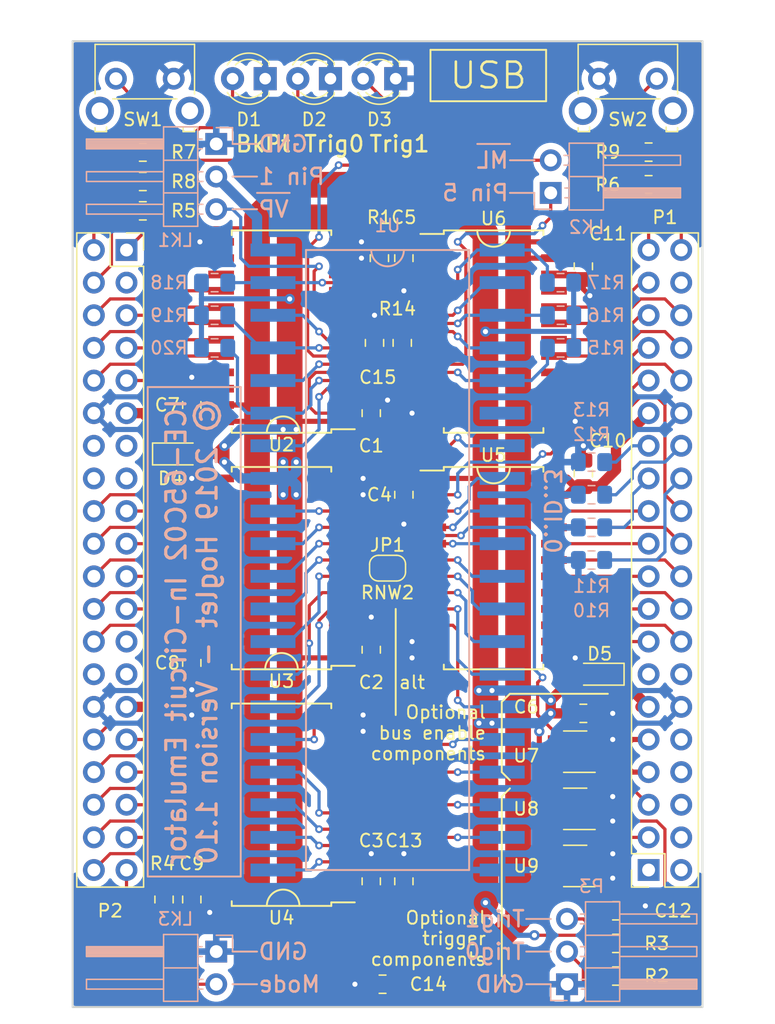
<source format=kicad_pcb>
(kicad_pcb (version 20221018) (generator pcbnew)
  (layers (0 "F.Cu" signal) (31 "B.Cu" signal) (34 "B.Paste" user) (35 "F.Paste" user) (36 "B.SilkS" user "B.Silkscreen") (37 "F.SilkS" user "F.Silkscreen") (38 "B.Mask" user) (39 "F.Mask" user) (44 "Edge.Cuts" user))
  (net 0 "")
  (net 1 "/GND")
  (net 2 "/D7")
  (net 3 "/D6")
  (net 4 "/D5")
  (net 5 "/D4")
  (net 6 "/D3")
  (net 7 "/D2")
  (net 8 "/D1")
  (net 9 "/D0")
  (net 10 "/5V")
  (net 11 "/3V3")
  (net 12 "/A0")
  (net 13 "/A1")
  (net 14 "/A2")
  (net 15 "/A3")
  (net 16 "/A4")
  (net 17 "/A5")
  (net 18 "/A6")
  (net 19 "/A7")
  (net 20 "/A8")
  (net 21 "/A9")
  (net 22 "/A10")
  (net 23 "/A11")
  (net 24 "/A12")
  (net 25 "/A13")
  (net 26 "/A14")
  (net 27 "/A15")
  (net 28 "/nVP")
  (net 29 "/nML")
  (net 30 "Net-(R1-Pad2)")
  (net 31 "/RDY")
  (net 32 "/PHI1OUT")
  (net 33 "/nIRQ")
  (net 34 "/nNMI")
  (net 35 "/SYNC")
  (net 36 "/RnW")
  (net 37 "/BE")
  (net 38 "/PHI2")
  (net 39 "/nSO")
  (net 40 "/PHI2OUT")
  (net 41 "/nRST")
  (net 42 "/LV_nVP")
  (net 43 "/LV_PHI2OUT")
  (net 44 "/LV_PHI1OUT")
  (net 45 "/LV_nML")
  (net 46 "/LV_RnW")
  (net 47 "/LV_SYNC")
  (net 48 "/LV_A0")
  (net 49 "/LV_A1")
  (net 50 "/LV_A2")
  (net 51 "/LV_A3")
  (net 52 "/LV_A4")
  (net 53 "/LV_A5")
  (net 54 "/LV_A6")
  (net 55 "/LV_A7")
  (net 56 "/LV_A8")
  (net 57 "/LV_A9")
  (net 58 "/LV_A10")
  (net 59 "/LV_A11")
  (net 60 "/LV_A15")
  (net 61 "/LV_A14")
  (net 62 "/LV_A13")
  (net 63 "/LV_D7")
  (net 64 "/LV_D6")
  (net 65 "/LV_D5")
  (net 66 "/LV_D4")
  (net 67 "/LV_D3")
  (net 68 "/LV_D2")
  (net 69 "/LV_D1")
  (net 70 "/LV_D0")
  (net 71 "/LV_BE")
  (net 72 "/LV_PHI2")
  (net 73 "/LV_nIRQ")
  (net 74 "/LV_nSO")
  (net 75 "/LV_RDY")
  (net 76 "/LV_nRST")
  (net 77 "/LV_nNMI")
  (net 78 "/LV_OED")
  (net 79 "/LV_OEAL")
  (net 80 "/LV_OEAH")
  (net 81 "/LV_A12")
  (net 82 "Net-(P1-Pad38)")
  (net 83 "Net-(P1-Pad14)")
  (net 84 "Net-(P1-Pad13)")
  (net 85 "Net-(P1-Pad10)")
  (net 86 "Net-(P1-Pad8)")
  (net 87 "Net-(P1-Pad6)")
  (net 88 "Net-(P1-Pad4)")
  (net 89 "Net-(P1-Pad2)")
  (net 90 "Net-(P1-Pad1)")
  (net 91 "Net-(P2-Pad28)")
  (net 92 "Net-(P2-Pad27)")
  (net 93 "Net-(P2-Pad25)")
  (net 94 "Net-(P2-Pad16)")
  (net 95 "Net-(P2-Pad15)")
  (net 96 "Net-(P2-Pad14)")
  (net 97 "Net-(P2-Pad13)")
  (net 98 "Net-(P2-Pad3)")
  (net 99 "Net-(U1-Pad35)")
  (net 100 "Net-(U2-Pad15)")
  (net 101 "Net-(U2-Pad14)")
  (net 102 "Net-(U2-Pad10)")
  (net 103 "Net-(U2-Pad9)")
  (net 104 "Net-(U6-Pad21)")
  (net 105 "Net-(U6-Pad3)")
  (net 106 "Net-(D1-Pad2)")
  (net 107 "Net-(D2-Pad2)")
  (net 108 "Net-(D3-Pad2)")
  (net 109 "/VIN2")
  (net 110 "/VIN1")
  (net 111 "/SW2")
  (net 112 "/LED3")
  (net 113 "/LV_TRIG1")
  (net 114 "/LV_TRIG0")
  (net 115 "/JUMPER")
  (net 116 "/LV_OERW")
  (net 117 "/LED2")
  (net 118 "/SW1")
  (net 119 "/LED1")
  (net 120 "/TRIG1")
  (net 121 "/TRIG0")
  (net 122 "/LV_RnW2")
  (net 123 "/RnW2")
  (net 124 "/LV_DIRD")
  (net 125 "Net-(LK1-Pad2)")
  (net 126 "Net-(LK2-Pad1)")
  (net 127 "/ID3")
  (net 128 "/ID2")
  (net 129 "/ID1")
  (net 130 "/ID0")
  (net 131 "/FILTERED_PHI2")
  (footprint "Capacitor_SMD:C_0805_2012Metric_Pad1.15x1.40mm_HandSolder" (layer "F.Cu") (at 191.77 78.74 90)
    (fp_text reference "C1")
    (fp_text value "100nF")
  )
  (footprint "Capacitor_SMD:C_0805_2012Metric_Pad1.15x1.40mm_HandSolder" (layer "F.Cu") (at 191.77 97.155 90)
    (fp_text reference "C2")
    (fp_text value "100nF")
  )
  (footprint "Capacitor_SMD:C_0805_2012Metric_Pad1.15x1.40mm_HandSolder" (layer "F.Cu") (at 191.77 115.18 90)
    (fp_text reference "C3")
    (fp_text value "100nF")
  )
  (footprint "Capacitor_SMD:C_0805_2012Metric_Pad1.15x1.40mm_HandSolder" (layer "F.Cu") (at 194.31 85.09 -90)
    (fp_text reference "C4")
    (fp_text value "100nF")
  )
  (footprint "Capacitor_SMD:C_0805_2012Metric_Pad1.15x1.40mm_HandSolder" (layer "F.Cu") (at 194.31 66.675 -90)
    (fp_text reference "C5")
    (fp_text value "100nF")
  )
  (footprint "Capacitor_SMD:C_0805_2012Metric_Pad1.15x1.40mm_HandSolder" (layer "F.Cu") (at 177.8 78.105 90)
    (fp_text reference "C7")
    (fp_text value "100nF")
  )
  (footprint "Capacitor_SMD:C_0805_2012Metric_Pad1.15x1.40mm_HandSolder" (layer "F.Cu") (at 177.8 116.595 -90)
    (fp_text reference "C9")
    (fp_text value "100nF")
  )
  (footprint "Resistor_SMD:R_0805_2012Metric_Pad1.15x1.40mm_HandSolder" (layer "F.Cu") (at 192.405 66.675 -90)
    (fp_text reference "R1")
    (fp_text value "22K")
  )
  (footprint "footprints:SOIC-24W_7.5x15.4mm_Pitch1.27mm" (layer "F.Cu") (at 184.785 72.39 180)
    (fp_text reference "U2")
    (fp_text value "74LVC4245")
  )
  (footprint "footprints:SOIC-24W_7.5x15.4mm_Pitch1.27mm" (layer "F.Cu") (at 184.785 90.805 180)
    (fp_text reference "U3")
    (fp_text value "74LVC4245")
  )
  (footprint "footprints:SOIC-24W_7.5x15.4mm_Pitch1.27mm" (layer "F.Cu") (at 201.295 90.805)
    (fp_text reference "U5")
    (fp_text value "74LVC4245")
  )
  (footprint "Connector_PinSocket_2.54mm:PinSocket_2x20_P2.54mm_Vertical" (layer "F.Cu") (at 213.36 114.3 180)
    (fp_text reference "P1")
    (fp_text value "Conn_02x20_Odd_Even")
  )
  (footprint "Diode_SMD:D_SOD-323_HandSoldering" (layer "F.Cu") (at 209.55 99.06 180)
    (fp_text reference "D5")
    (fp_text value "PMEG3010BEA")
  )
  (footprint "footprints:SW_Tactile_SKHH_Angled" (layer "F.Cu") (at 171.8945 52.705)
    (fp_text reference "SW1")
    (fp_text value "SW_Push")
  )
  (footprint "Package_TO_SOT_SMD:SOT-23-5_HandSoldering" (layer "F.Cu") (at 207.645 105.09 180)
    (fp_text reference "U7")
    (fp_text value "74LV1T125")
  )
  (footprint "Package_TO_SOT_SMD:SOT-23-5_HandSoldering" (layer "F.Cu") (at 207.645 109.54 180)
    (fp_text reference "U8")
    (fp_text value "74LV1T125")
  )
  (footprint "Package_TO_SOT_SMD:SOT-23-5_HandSoldering" (layer "F.Cu") (at 207.645 113.985 180)
    (fp_text reference "U9")
    (fp_text value "74LV1T125")
  )
  (footprint "Resistor_SMD:R_0805_2012Metric_Pad1.15x1.40mm_HandSolder" (layer "F.Cu") (at 210.82 120.015)
    (fp_text reference "R3")
    (fp_text value "22K")
  )
  (footprint "Resistor_SMD:R_0805_2012Metric_Pad1.15x1.40mm_HandSolder" (layer "F.Cu") (at 210.82 122.555)
    (fp_text reference "R2")
    (fp_text value "22K")
  )
  (footprint "Resistor_SMD:R_0805_2012Metric_Pad1.15x1.40mm_HandSolder" (layer "F.Cu") (at 213.36 60.96)
    (fp_text reference "R6")
    (fp_text value "22K")
  )
  (footprint "footprints:SOIC-24W_7.5x15.4mm_Pitch1.27mm" (layer "F.Cu") (at 201.295 72.39)
    (fp_text reference "U6")
    (fp_text value "74LVC4245")
  )
  (footprint "Resistor_SMD:R_0805_2012Metric_Pad1.15x1.40mm_HandSolder" (layer "F.Cu") (at 173.99 60.706)
    (fp_text reference "R8")
    (fp_text value "330")
  )
  (footprint "Resistor_SMD:R_0805_2012Metric_Pad1.15x1.40mm_HandSolder" (layer "F.Cu") (at 173.99 58.42)
    (fp_text reference "R7")
    (fp_text value "330")
  )
  (footprint "Resistor_SMD:R_0805_2012Metric_Pad1.15x1.40mm_HandSolder" (layer "F.Cu") (at 173.99 62.992 180)
    (fp_text reference "R5")
    (fp_text value "22K")
  )
  (footprint "footprints:SW_Tactile_SKHH_Angled" (layer "F.Cu") (at 209.495 52.705)
    (fp_text reference "SW2")
    (fp_text value "SW_Push")
  )
  (footprint "LED_THT:LED_D3.0mm" (layer "F.Cu") (at 183.515 52.705 180)
    (fp_text reference "D1")
    (fp_text value "LED")
  )
  (footprint "Resistor_SMD:R_0805_2012Metric_Pad1.15x1.40mm_HandSolder" (layer "F.Cu") (at 213.36 58.42 180)
    (fp_text reference "R9")
    (fp_text value "330")
  )
  (footprint "Connector_PinSocket_2.54mm:PinSocket_2x20_P2.54mm_Vertical" (layer "F.Cu") (at 172.72 66.04)
    (fp_text reference "P2")
    (fp_text value "Conn_02x20_Odd_Even")
  )
  (footprint "Diode_SMD:D_SOD-323_HandSoldering" (layer "F.Cu") (at 176.648 81.915)
    (fp_text reference "D4")
    (fp_text value "PMEG3010BEA")
  )
  (footprint "LED_THT:LED_D3.0mm" (layer "F.Cu") (at 193.675 52.705 180)
    (fp_text reference "D3")
    (fp_text value "LED")
  )
  (footprint "LED_THT:LED_D3.0mm" (layer "F.Cu") (at 188.595 52.705 180)
    (fp_text reference "D2")
    (fp_text value "LED")
  )
  (footprint "Capacitor_SMD:C_0805_2012Metric_Pad1.15x1.40mm_HandSolder" (layer "F.Cu") (at 192.65 123.19 180)
    (fp_text reference "C14")
    (fp_text value "10uF")
  )
  (footprint "Capacitor_SMD:C_0805_2012Metric_Pad1.15x1.40mm_HandSolder" (layer "F.Cu") (at 210.82 117.475)
    (fp_text reference "C12")
    (fp_text value "100nF")
  )
  (footprint "Resistor_SMD:R_0805_2012Metric_Pad1.15x1.40mm_HandSolder" (layer "F.Cu") (at 175.641 116.595 -90)
    (fp_text reference "R4")
    (fp_text value "22K")
  )
  (footprint "footprints:SOIC-24W_7.5x15.4mm_Pitch1.27mm" (layer "F.Cu") (at 184.785 109.22 180)
    (fp_text reference "U4")
    (fp_text value "74LVC4245")
  )
  (footprint "Jumper:SolderJumper-2_P1.3mm_Open_RoundedPad1.0x1.5mm" (layer "F.Cu") (at 193.04 90.805)
    (fp_text reference "JP1")
    (fp_text value "Jumper_2_Open")
  )
  (footprint "Capacitor_SMD:C_0805_2012Metric_Pad1.15x1.40mm_HandSolder" (layer "F.Cu") (at 208.28 102.108)
    (fp_text reference "C6")
    (fp_text value "100nF")
  )
  (footprint "Capacitor_SMD:C_0805_2012Metric_Pad1.15x1.40mm_HandSolder" (layer "F.Cu") (at 208.28 67.31 -90)
    (fp_text reference "C11")
    (fp_text value "100nF")
  )
  (footprint "Capacitor_SMD:C_0805_2012Metric_Pad1.15x1.40mm_HandSolder" (layer "F.Cu") (at 194.31 115.18 90)
    (fp_text reference "C13")
    (fp_text value "10uF")
  )
  (footprint "Capacitor_SMD:C_0805_2012Metric_Pad1.15x1.40mm_HandSolder" (layer "F.Cu") (at 208.28 83.43 90)
    (fp_text reference "C10")
    (fp_text value "100nF")
  )
  (footprint "Resistor_SMD:R_0805_2012Metric_Pad1.15x1.40mm_HandSolder" (layer "F.Cu") (at 194.183 73.27 90)
    (fp_text reference "R14")
    (fp_text value "0")
  )
  (footprint "Capacitor_SMD:C_0805_2012Metric_Pad1.15x1.40mm_HandSolder" (layer "F.Cu") (at 192.024 73.27 90)
    (fp_text reference "C15")
    (fp_text value "0")
  )
  (footprint "Capacitor_SMD:C_0805_2012Metric_Pad1.15x1.40mm_HandSolder" (layer "F.Cu") (at 177.8 98.18 -90)
    (fp_text reference "C8")
    (fp_text value "100nF")
  )
  (footprint "Resistor_SMD:R_0805_2012Metric_Pad1.15x1.40mm_HandSolder" (layer "B.Cu") (at 206.511 73.66 180)
    (fp_text reference "R15")
    (fp_text value "22K")
  )
  (footprint "Connector_PinHeader_2.54mm:PinHeader_1x02_P2.54mm_Horizontal" (layer "B.Cu") (at 179.705 120.65 180)
    (fp_text reference "LK3")
    (fp_text value "Conn_01x02")
  )
  (footprint "Connector_PinHeader_2.54mm:PinHeader_1x03_P2.54mm_Horizontal" (layer "B.Cu") (at 207.01 123.19)
    (fp_text reference "P3")
    (fp_text value "Conn_01x03")
  )
  (footprint "footprints:dip40_smt_header" (layer "B.Cu") (at 185.42 66.04 180)
    (fp_text reference "U1")
    (fp_text value "WD65C02")
  )
  (footprint "Resistor_SMD:R_0805_2012Metric_Pad1.15x1.40mm_HandSolder" (layer "B.Cu") (at 208.915 85.09)
    (fp_text reference "R12")
    (fp_text value "0")
  )
  (footprint "Resistor_SMD:R_0805_2012Metric_Pad1.15x1.40mm_HandSolder" (layer "B.Cu") (at 208.915 87.63)
    (fp_text reference "R11")
    (fp_text value "0")
  )
  (footprint "Resistor_SMD:R_0805_2012Metric_Pad1.15x1.40mm_HandSolder" (layer "B.Cu") (at 208.915 82.55)
    (fp_text reference "R13")
    (fp_text value "0")
  )
  (footprint "Resistor_SMD:R_0805_2012Metric_Pad1.15x1.40mm_HandSolder" (layer "B.Cu") (at 208.915 90.17)
    (fp_text reference "R10")
    (fp_text value "0")
  )
  (footprint "Resistor_SMD:R_0805_2012Metric_Pad1.15x1.40mm_HandSolder" (layer "B.Cu") (at 179.578 73.66)
    (fp_text reference "R20")
    (fp_text value "22K")
  )
  (footprint "Resistor_SMD:R_0805_2012Metric_Pad1.15x1.40mm_HandSolder" (layer "B.Cu") (at 179.578 71.12)
    (fp_text reference "R19")
    (fp_text value "22K")
  )
  (footprint "Connector_PinHeader_2.54mm:PinHeader_1x03_P2.54mm_Horizontal" (layer "B.Cu") (at 179.705 57.785 180)
    (fp_text reference "LK1")
    (fp_text value "Conn_01x03")
  )
  (footprint "Connector_PinHeader_2.54mm:PinHeader_1x02_P2.54mm_Horizontal" (layer "B.Cu") (at 205.74 61.595)
    (fp_text reference "LK2")
    (fp_text value "Conn_01x02")
  )
  (footprint "Resistor_SMD:R_0805_2012Metric_Pad1.15x1.40mm_HandSolder" (layer "B.Cu") (at 179.578 68.58)
    (fp_text reference "R18")
    (fp_text value "22K")
  )
  (footprint "Resistor_SMD:R_0805_2012Metric_Pad1.15x1.40mm_HandSolder" (layer "B.Cu") (at 206.502 68.58 180)
    (fp_text reference "R17")
    (fp_text value "22K")
  )
  (footprint "Resistor_SMD:R_0805_2012Metric_Pad1.15x1.40mm_HandSolder" (layer "B.Cu") (at 206.511 71.12 180)
    (fp_text reference "R16")
    (fp_text value "22K")
  )
  (gr_line (start 180.975 120.65) (end 182.88 120.65) (stroke (width 0.15)) (layer "B.SilkS"))
  (gr_line (start 180.975 123.19) (end 182.88 123.19) (stroke (width 0.15)) (layer "B.SilkS"))
  (gr_line (start 202.565 61.595) (end 204.47 61.595) (stroke (width 0.15)) (layer "B.SilkS"))
  (gr_line (start 202.565 59.055) (end 204.47 59.055) (stroke (width 0.15)) (layer "B.SilkS"))
  (gr_line (start 180.975 57.785) (end 182.88 57.785) (stroke (width 0.15)) (layer "B.SilkS"))
  (gr_line (start 180.975 60.325) (end 182.88 60.325) (stroke (width 0.15)) (layer "B.SilkS"))
  (gr_line (start 180.975 62.865) (end 182.88 62.865) (stroke (width 0.15)) (layer "B.SilkS"))
  (gr_line (start 200.025 57.785) (end 202.565 57.785) (stroke (width 0.15)) (layer "B.SilkS"))
  (gr_line (start 182.88 61.595) (end 185.42 61.595) (stroke (width 0.15)) (layer "B.SilkS"))
  (gr_line (start 174.371 76.708) (end 174.371 114.808) (stroke (width 0.15)) (layer "B.SilkS"))
  (gr_line (start 174.371 114.808) (end 181.61 114.808) (stroke (width 0.15)) (layer "B.SilkS"))
  (gr_line (start 181.61 114.808) (end 181.61 76.708) (stroke (width 0.15)) (layer "B.SilkS"))
  (gr_line (start 181.61 76.708) (end 174.371 76.708) (stroke (width 0.15)) (layer "B.SilkS"))
  (gr_line (start 203.835 120.65) (end 205.74 120.65) (stroke (width 0.15)) (layer "B.SilkS"))
  (gr_line (start 203.835 118.11) (end 205.74 118.11) (stroke (width 0.15)) (layer "B.SilkS"))
  (gr_line (start 203.835 123.19) (end 205.74 123.19) (stroke (width 0.15)) (layer "B.SilkS"))
  (gr_line (start 205.38 54.46) (end 196.38 54.46) (stroke (width 0.15)) (layer "F.SilkS"))
  (gr_line (start 205.38 50.46) (end 205.38 54.46) (stroke (width 0.15)) (layer "F.SilkS"))
  (gr_line (start 196.38 54.46) (end 196.38 50.46) (stroke (width 0.15)) (layer "F.SilkS"))
  (gr_line (start 196.38 50.46) (end 205.38 50.46) (stroke (width 0.15)) (layer "F.SilkS"))
  (gr_arc (start 202.565 64.516) (mid 201.295 65.786) (end 200.025 64.516) (stroke (width 0.15)) (layer "F.SilkS"))
  (gr_arc (start 202.565 82.931) (mid 201.295 84.201) (end 200.025 82.931) (stroke (width 0.15)) (layer "F.SilkS"))
  (gr_arc (start 183.515 98.679) (mid 184.785 97.409) (end 186.055 98.679) (stroke (width 0.15)) (layer "F.SilkS"))
  (gr_arc (start 183.642 117.094) (mid 184.912 115.824) (end 186.182 117.094) (stroke (width 0.15)) (layer "F.SilkS"))
  (gr_arc (start 183.642 80.264) (mid 184.912 78.994) (end 186.182 80.264) (stroke (width 0.15)) (layer "F.SilkS"))
  (gr_line (start 202.565 100.584) (end 201.93 101.219) (stroke (width 0.15)) (layer "F.SilkS"))
  (gr_line (start 202.565 107.95) (end 201.93 108.585) (stroke (width 0.15)) (layer "F.SilkS"))
  (gr_line (start 201.93 106.68) (end 201.93 101.219) (stroke (width 0.15)) (layer "F.SilkS"))
  (gr_line (start 201.93 108.585) (end 201.93 122.555) (stroke (width 0.15)) (layer "F.SilkS"))
  (gr_line (start 202.565 100.584) (end 210.185 100.584) (stroke (width 0.15)) (layer "F.SilkS"))
  (gr_line (start 201.93 122.555) (end 202.565 123.19) (stroke (width 0.15)) (layer "F.SilkS"))
  (gr_line (start 202.565 107.315) (end 201.93 106.68) (stroke (width 0.15)) (layer "F.SilkS"))
  (gr_line (start 193.675 93.98) (end 193.675 102.235) (stroke (width 0.15)) (layer "F.SilkS"))
  (gr_line (start 217.551 49.784) (end 217.551 124.968) (stroke (width 0.15)) (layer "Edge.Cuts"))
  (gr_line (start 168.529 49.784) (end 217.551 49.784) (stroke (width 0.15)) (layer "Edge.Cuts"))
  (gr_line (start 168.529 124.968) (end 168.529 49.784) (stroke (width 0.15)) (layer "Edge.Cuts"))
  (gr_line (start 217.551 124.968) (end 168.529 124.968) (stroke (width 0.15)) (layer "Edge.Cuts"))
  (gr_text "GND" (at 203.835 123.19) (layer "B.SilkS") (effects (font (size 1.25 1.25) (thickness 0.2)) (justify left mirror)))
  (gr_text "Trig0" (at 203.835 120.65) (layer "B.SilkS") (effects (font (size 1.25 1.25) (thickness 0.2)) (justify left mirror)))
  (gr_text "GND" (at 182.88 120.65) (layer "B.SilkS") (effects (font (size 1.25 1.25) (thickness 0.2)) (justify right mirror)))
  (gr_text "Mode" (at 182.88 123.19) (layer "B.SilkS") (effects (font (size 1.25 1.25) (thickness 0.2)) (justify right mirror)))
  (gr_text "Pin 5" (at 202.565 61.595) (layer "B.SilkS") (effects (font (size 1.25 1.25) (thickness 0.2)) (justify left mirror)))
  (gr_text "ML" (at 202.565 59.055) (layer "B.SilkS") (effects (font (size 1.25 1.25) (thickness 0.2)) (justify left mirror)))
  (gr_text "Pin 1" (at 182.88 60.325) (layer "B.SilkS") (effects (font (size 1.25 1.25) (thickness 0.2)) (justify right mirror)))
  (gr_text "VP" (at 182.88 62.865) (layer "B.SilkS") (effects (font (size 1.25 1.25) (thickness 0.2)) (justify right mirror)))
  (gr_text "GND" (at 182.88 57.785) (layer "B.SilkS") (effects (font (size 1.25 1.25) (thickness 0.2)) (justify right mirror)))
  (gr_text "ICE-65C02 In-Circuit Emulator\n© 2019 Hoglet - Version 1.10" (at 177.8 95.758 90) (layer "B.SilkS") (effects (font (size 1.5 1.5) (thickness 0.25)) (justify mirror)))
  (gr_text "Trig1" (at 203.835 118.11) (layer "B.SilkS") (effects (font (size 1.25 1.25) (thickness 0.2)) (justify left mirror)))
  (gr_text "0..ID..3" (at 205.867 86.36 270) (layer "B.SilkS") (effects (font (size 1.25 1.25) (thickness 0.2)) (justify mirror)))
  (gr_text "USB" (at 200.88 52.46) (layer "F.SilkS") (effects (font (size 2 2) (thickness 0.2))))
  (gr_text "BkPt" (at 181.102 57.785) (layer "F.SilkS") (effects (font (size 1.25 1.25) (thickness 0.2)) (justify left)))
  (gr_text "RNW2" (at 193.04 92.71) (layer "F.SilkS") (effects (font (size 1 1))))
  (gr_text "Trig0" (at 186.436 57.785) (layer "F.SilkS") (effects (font (size 1.25 1.25) (thickness 0.2)) (justify left)))
  (gr_text "Trig1" (at 191.516 57.785) (layer "F.SilkS") (effects (font (size 1.25 1.25) (thickness 0.2)) (justify left)))
  (gr_text "Optional\ntrigger\ncomponents" (at 200.787 119.634) (layer "F.SilkS") (effects (font (size 1 1)) (justify right)))
  (gr_text "Optional\nbus enable\ncomponents\n" (at 200.787 103.632) (layer "F.SilkS") (effects (font (size 1 1)) (justify right)))
  (gr_text "alt" (at 194.945 99.695) (layer "F.SilkS") (effects (font (size 1 1))))
  (segment (start 195.58 78.105) (end 194.945 78.74) (width 0.4) (layer "F.Cu") (net 1))
  (segment (start 191.135 83.82) (end 189.485 83.82) (width 0.4) (layer "F.Cu") (net 1))
  (segment (start 195.58 79.375) (end 194.945 78.74) (width 0.4) (layer "F.Cu") (net 1))
  (segment (start 179.188 117.602) (end 177.8 117.602) (width 0.4) (layer "F.Cu") (net 1))
  (segment (start 208.995 108.59) (end 210.561 108.59) (width 0.4) (layer "F.Cu") (net 1))
  (segment (start 205.995 79.375) (end 207.645 79.375) (width 0.4) (layer "F.Cu") (net 1))
  (segment (start 209.305 102.108) (end 210.566 102.108) (width 0.4) (layer "F.Cu") (net 1))
  (segment (start 208.995 114.935) (end 210.566 114.935) (width 0.4) (layer "F.Cu") (net 1))
  (segment (start 180.085 65.405) (end 178.435 65.405) (width 0.4) (layer "F.Cu") (net 1))
  (segment (start 193.04 77.724) (end 191.779 77.724) (width 0.4) (layer "F.Cu") (net 1))
  (segment (start 196.595 97.79) (end 194.945 97.79) (width 0.4) (layer "F.Cu") (net 1))
  (segment (start 177.82 76.835) (end 180.085 76.835) (width 0.4) (layer "F.Cu") (net 1))
  (segment (start 194.31 114.155) (end 194.31 113.03) (width 0.4) (layer "F.Cu") (net 1))
  (segment (start 191.135 102.235) (end 189.485 102.235) (width 0.4) (layer "F.Cu") (net 1))
  (segment (start 208.28 68.335) (end 208.055 68.335) (width 0.4) (layer "F.Cu") (net 1))
  (segment (start 212.725 117.475) (end 211.845 117.475) (width 0.4) (layer "F.Cu") (net 1))
  (segment (start 177.8 100.2665) (end 177.8 99.675) (width 0.4) (layer "F.Cu") (net 1))
  (segment (start 208.28 69.088) (end 208.788 69.596) (width 0.4) (layer "F.Cu") (net 1))
  (segment (start 207.665 67.945) (end 205.995 67.945) (width 0.4) (layer "F.Cu") (net 1))
  (segment (start 177.8 76.815) (end 177.82 76.835) (width 0.4) (layer "F.Cu") (net 1))
  (segment (start 205.995 97.79) (end 207.645 97.79) (width 0.4) (layer "F.Cu") (net 1))
  (segment (start 190.99 114.935) (end 191.77 114.155) (width 0.4) (layer "F.Cu") (net 1))
  (segment (start 191.77 94.615) (end 191.77 95.905) (width 0.4) (layer "F.Cu") (net 1))
  (segment (start 194.31 86.115) (end 194.31 87.376) (width 0.4) (layer "F.Cu") (net 1))
  (segment (start 196.595 79.375) (end 195.58 79.375) (width 0.4) (layer "F.Cu") (net 1))
  (segment (start 189.485 78.105) (end 191.38 78.105) (width 0.4) (layer "F.Cu") (net 1))
  (segment (start 191.135 85.09) (end 189.485 85.09) (width 0.4) (layer "F.Cu") (net 1))
  (segment (start 191.779 77.724) (end 191.77 77.715) (width 0.4) (layer "F.Cu") (net 1))
  (segment (start 191.008 66.675) (end 189.485 66.675) (width 0.4) (layer "F.Cu") (net 1))
  (segment (start 177.8 75.946) (end 177.8 76.815) (width 0.4) (layer "F.Cu") (net 1))
  (segment (start 191.155 96.52) (end 189.485 96.52) (width 0.4) (layer "F.Cu") (net 1))
  (segment (start 189.485 103.505) (end 191.135 103.505) (width 0.4) (layer "F.Cu") (net 1))
  (segment (start 191.77 114.155) (end 191.77 113.03) (width 0.4) (layer "F.Cu") (net 1))
  (segment (start 194.31 67.925) (end 194.31 69.215) (width 0.4) (layer "F.Cu") (net 1))
  (segment (start 191.625 123.19) (end 190.5 123.19) (width 0.4) (layer "F.Cu") (net 1))
  (segment (start 208.28 81.28) (end 208.28 81.935) (width 0.4) (layer "F.Cu") (net 1))
  (segment (start 194.945 96.52) (end 196.595 96.52) (width 0.4) (layer "F.Cu") (net 1))
  (segment (start 210.566 110.49) (end 208.995 110.49) (width 0.4) (layer "F.Cu") (net 1))
  (segment (start 196.595 78.105) (end 195.58 78.105) (width 0.4) (layer "F.Cu") (net 1))
  (segment (start 208.28 68.335) (end 208.28 69.088) (width 0.4) (layer "F.Cu") (net 1))
  (segment (start 208.055 68.335) (end 207.665 67.945) (width 0.4) (layer "F.Cu") (net 1))
  (segment (start 192.024 71.12) (end 192.024 72.245) (width 0.4) (layer "F.Cu") (net 1))
  (segment (start 189.485 114.935) (end 190.99 114.935) (width 0.4) (layer "F.Cu") (net 1))
  (segment (start 191.77 113.685) (end 191.77 114.155) (width 0.4) (layer "F.Cu") (net 1))
  (segment (start 213.106 117.094) (end 212.725 117.475) (width 0.4) (layer "F.Cu") (net 1))
  (segment (start 191.38 78.105) (end 191.77 77.715) (width 0.4) (layer "F.Cu") (net 1))
  (segment (start 177.8 83.82) (end 180.085 83.82) (width 0.4) (layer "F.Cu") (net 1))
  (segment (start 180.085 102.235) (end 177.8 102.235) (width 0.4) (layer "F.Cu") (net 1))
  (segment (start 208.995 104.14) (end 210.566 104.14) (width 0.4) (layer "F.Cu") (net 1))
  (segment (start 191.008 65.405) (end 189.485 65.405) (width 0.4) (layer "F.Cu") (net 1))
  (segment (start 210.571 113.035) (end 208.995 113.035) (width 0.4) (layer "F.Cu") (net 1))
  (segment (start 191.77 95.905) (end 191.155 96.52) (width 0.4) (layer "F.Cu") (net 1))
  (segment (start 210.561 108.59) (end 210.566 108.585) (width 0.4) (layer "F.Cu") (net 1))
  (via (at 194.945 96.52) (size 0.8) (drill 0.4) (layers "F.Cu" "B.Cu") (net 1))
  (via (at 190.5 123.19) (size 0.8) (drill 0.4) (layers "F.Cu" "B.Cu") (net 1))
  (via (at 191.008 66.675) (size 0.8) (drill 0.4) (layers "F.Cu" "B.Cu") (net 1))
  (via (at 194.31 87.376) (size 0.8) (drill 0.4) (layers "F.Cu" "B.Cu") (net 1))
  (via (at 177.8 100.2665) (size 0.8) (drill 0.4) (layers "F.Cu" "B.Cu") (net 1))
  (via (at 191.135 102.235) (size 0.8) (drill 0.4) (layers "F.Cu" "B.Cu") (net 1))
  (via (at 210.566 110.49) (size 0.8) (drill 0.4) (layers "F.Cu" "B.Cu") (net 1))
  (via (at 191.77 113.03) (size 0.8) (drill 0.4) (layers "F.Cu" "B.Cu") (net 1))
  (via (at 208.28 81.28) (size 0.8) (drill 0.4) (layers "F.Cu" "B.Cu") (net 1))
  (via (at 213.106 117.094) (size 0.8) (drill 0.4) (layers "F.Cu" "B.Cu") (net 1))
  (via (at 191.135 83.82) (size 0.8) (drill 0.4) (layers "F.Cu" "B.Cu") (net 1))
  (via (at 194.945 97.79) (size 0.8) (drill 0.4) (layers "F.Cu" "B.Cu") (net 1))
  (via (at 177.8 83.82) (size 0.8) (drill 0.4) (layers "F.Cu" "B.Cu") (net 1))
  (via (at 210.566 114.935) (size 0.8) (drill 0.4) (layers "F.Cu" "B.Cu") (net 1))
  (via (at 210.566 102.108) (size 0.8) (drill 0.4) (layers "F.Cu" "B.Cu") (net 1))
  (via (at 210.566 104.14) (size 0.8) (drill 0.4) (layers "F.Cu" "B.Cu") (net 1))
  (via (at 179.197 117.602) (size 0.8) (drill 0.4) (layers "F.Cu" "B.Cu") (net 1))
  (via (at 177.8 75.946) (size 0.8) (drill 0.4) (layers "F.Cu" "B.Cu") (net 1))
  (via (at 191.135 103.505) (size 0.8) (drill 0.4) (layers "F.Cu" "B.Cu") (net 1))
  (via (at 178.435 65.405) (size 0.8) (drill 0.4) (layers "F.Cu" "B.Cu") (net 1))
  (via (at 208.788 69.596) (size 0.8) (drill 0.4) (layers "F.Cu" "B.Cu") (net 1))
  (via (at 194.31 69.215) (size 0.8) (drill 0.4) (layers "F.Cu" "B.Cu") (net 1))
  (via (at 191.77 94.615) (size 0.8) (drill 0.4) (layers "F.Cu" "B.Cu") (net 1))
  (via (at 191.135 85.09) (size 0.8) (drill 0.4) (layers "F.Cu" "B.Cu") (net 1))
  (via (at 210.571 113.035) (size 0.8) (drill 0.4) (layers "F.Cu" "B.Cu") (net 1))
  (via (at 191.008 65.405) (size 0.8) (drill 0.4) (layers "F.Cu" "B.Cu") (net 1))
  (via (at 177.8 102.235) (size 0.8) (drill 0.4) (layers "F.Cu" "B.Cu") (net 1))
  (via (at 192.024 71.12) (size 0.8) (drill 0.4) (layers "F.Cu" "B.Cu") (net 1))
  (via (at 194.945 78.74) (size 0.8) (drill 0.4) (layers "F.Cu" "B.Cu") (net 1))
  (via (at 194.31 113.03) (size 0.8) (drill 0.4) (layers "F.Cu" "B.Cu") (net 1))
  (via (at 210.566 108.585) (size 0.8) (drill 0.4) (layers "F.Cu" "B.Cu") (net 1))
  (via (at 207.645 79.375) (size 0.8) (drill 0.4) (layers "F.Cu" "B.Cu") (net 1))
  (via (at 193.04 77.724) (size 0.8) (drill 0.4) (layers "F.Cu" "B.Cu") (net 1))
  (via (at 207.645 97.79) (size 0.8) (drill 0.4) (layers "F.Cu" "B.Cu") (net 1))
  (segment (start 174.625 80.01) (end 171.45 80.01) (width 0.4) (layer "B.Cu") (net 1))
  (segment (start 171.45 80.01) (end 170.18 78.74) (width 0.4) (layer "B.Cu") (net 1))
  (segment (start 174.625 78.74) (end 174.625 80.01) (width 0.4) (layer "B.Cu") (net 1))
  (segment (start 214.63 77.47) (end 210.185 77.47) (width 0.4) (layer "B.Cu") (net 1))
  (segment (start 210.185 77.47) (end 210.185 80.01) (width 0.4) (layer "B.Cu") (net 1))
  (segment (start 214.63 80.01) (end 215.9 78.74) (width 0.4) (layer "B.Cu") (net 1))
  (segment (start 171.45 102.87) (end 175.26 102.87) (width 0.4) (layer "B.Cu") (net 1))
  (segment (start 171.45 100.33) (end 175.26 100.33) (width 0.4) (layer "B.Cu") (net 1))
  (segment (start 171.45 77.47) (end 173.99 77.47) (width 0.4) (layer "B.Cu") (net 1))
  (segment (start 173.99 77.47) (end 174.9425 78.4225) (width 0.4) (layer "B.Cu") (net 1))
  (segment (start 174.9425 78.4225) (end 175.26 78.105) (width 0.4) (layer "B.Cu") (net 1))
  (segment (start 175.26 78.105) (end 174.625 78.74) (width 0.4) (layer "B.Cu") (net 1))
  (segment (start 194.31 97.155) (end 194.945 97.155) (width 0.4) (layer "B.Cu") (net 1))
  (segment (start 179.705 119.38) (end 190.5 119.38) (width 0.4) (layer "B.Cu") (net 1))
  (segment (start 190.5 119.38) (end 190.5 123.19) (width 0.4) (layer "B.Cu") (net 1))
  (segment (start 191.77 94.615) (end 194.31 97.155) (width 0.4) (layer "B.Cu") (net 1))
  (segment (start 215.9 78.74) (end 214.63 77.47) (width 0.4) (layer "B.Cu") (net 1))
  (segment (start 179.705 118.364) (end 179.705 119.38) (width 0.4) (layer "B.Cu") (net 1))
  (segment (start 208.788 69.596) (end 210.185 70.993) (width 0.4) (layer "B.Cu") (net 1))
  (segment (start 194.945 96.52) (end 194.945 97.79) (width 0.4) (layer "B.Cu") (net 1))
  (segment (start 213.106 117.094) (end 211.582 115.57) (width 0.4) (layer "B.Cu") (net 1))
  (segment (start 178.435 65.405) (end 177.292 64.262) (width 0.4) (layer "B.Cu") (net 1))
  (segment (start 170.18 101.6) (end 171.45 100.33) (width 0.4) (layer "B.Cu") (net 1))
  (segment (start 195.58 114.3) (end 200.66 114.3) (width 0.4) (layer "B.Cu") (net 1))
  (segment (start 208.28 79.375) (end 207.645 79.375) (width 0.4) (layer "B.Cu") (net 1))
  (segment (start 177.8 100.2665) (end 177.8 102.235) (width 0.4) (layer "B.Cu") (net 1))
  (segment (start 194.945 83.185) (end 194.945 78.74) (width 0.4) (layer "B.Cu") (net 1))
  (segment (start 179.705 119.38) (end 179.705 120.65) (width 0.4) (layer "B.Cu") (net 1))
  (segment (start 191.008 66.675) (end 191.008 69.215) (width 0.4) (layer "B.Cu") (net 1))
  (segment (start 195.58 116.205) (end 195.58 114.3) (width 0.4) (layer "B.Cu") (net 1))
  (segment (start 195.58 113.03) (end 191.77 113.03) (width 0.4) (layer "B.Cu") (net 1))
  (segment (start 210.566 102.108) (end 210.566 100.33) (width 0.4) (layer "B.Cu") (net 1))
  (segment (start 215.9 101.6) (end 214.63 100.33) (width 0.4) (layer "B.Cu") (net 1))
  (segment (start 191.008 66.675) (end 191.008 65.405) (width 0.4) (layer "B.Cu") (net 1))
  (segment (start 176.53 83.185) (end 175.26 81.915) (width 0.4) (layer "B.Cu") (net 1))
  (segment (start 170.18 101.6) (end 171.45 102.87) (width 0.4) (layer "B.Cu") (net 1))
  (segment (start 208.28 81.28) (end 208.28 79.375) (width 0.4) (layer "B.Cu") (net 1))
  (segment (start 210.185 80.01) (end 214.63 80.01) (width 0.4) (layer "B.Cu") (net 1))
  (segment (start 177.8 83.82) (end 176.53 83.185) (width 0.4) (layer "B.Cu") (net 1))
  (segment (start 175.26 80.645) (end 174.625 80.01) (width 0.4) (layer "B.Cu") (net 1))
  (segment (start 177.292 59.182) (end 178.689 57.785) (width 0.4) (layer "B.Cu") (net 1))
  (segment (start 210.566 108.585) (end 210.566 102.108) (width 0.4) (layer "B.Cu") (net 1))
  (segment (start 210.566 115.57) (end 210.566 108.585) (width 0.4) (layer "B.Cu") (net 1))
  (segment (start 190.5 119.38) (end 191.77 119.38) (width 0.4) (layer "B.Cu") (net 1))
  (segment (start 194.31 87.376) (end 191.135 87.376) (width 0.4) (layer "B.Cu") (net 1))
  (segment (start 177.419 75.946) (end 175.26 78.105) (width 0.4) (layer "B.Cu") (net 1))
  (segment (start 211.582 115.57) (end 210.566 115.57) (width 0.4) (layer "B.Cu") (net 1))
  (segment (start 175.26 102.87) (end 175.26 100.33) (width 0.4) (layer "B.Cu") (net 1))
  (segment (start 191.77 119.38) (end 195.58 116.205) (width 0.4) (layer "B.Cu") (net 1))
  (segment (start 195.58 113.03) (end 195.58 114.3) (width 0.4) (layer "B.Cu") (net 1))
  (segment (start 215.9 101.6) (end 214.63 102.87) (width 0.4) (layer "B.Cu") (net 1))
  (segment (start 210.185 79.375) (end 208.28 79.375) (width 0.4) (layer "B.Cu") (net 1))
  (segment (start 177.8 75.946) (end 177.419 75.946) (width 0.4) (layer "B.Cu") (net 1))
  (segment (start 177.8 102.235) (end 177.8 102.87) (width 0.4) (layer "B.Cu") (net 1))
  (segment (start 210.185 70.993) (end 210.185 77.47) (width 0.4) (layer "B.Cu") (net 1))
  (segment (start 210.566 115.57) (end 204.47 115.57) (width 0.4) (layer "B.Cu") (net 1))
  (segment (start 179.197 117.856) (end 179.705 118.364) (width 0.4) (layer "B.Cu") (net 1))
  (segment (start 177.8 102.87) (end 175.26 102.87) (width 0.4) (layer "B.Cu") (net 1))
  (segment (start 192.024 69.215) (end 192.913 69.215) (width 0.4) (layer "B.Cu") (net 1))
  (segment (start 193.04 77.724) (end 193.929 77.724) (width 0.4) (layer "B.Cu") (net 1))
  (segment (start 177.292 64.262) (end 177.292 59.182) (width 0.4) (layer "B.Cu") (net 1))
  (segment (start 214.63 100.33) (end 210.566 100.33) (width 0.4) (layer "B.Cu") (net 1))
  (segment (start 193.929 77.724) (end 194.945 78.74) (width 0.4) (layer "B.Cu") (net 1))
  (segment (start 192.024 71.12) (end 192.024 69.215) (width 0.4) (layer "B.Cu") (net 1))
  (segment (start 204.47 114.3) (end 200.66 114.3) (width 0.4) (layer "B.Cu") (net 1))
  (segment (start 214.63 102.87) (end 210.566 102.87) (width 0.4) (layer "B.Cu") (net 1))
  (segment (start 191.008 69.215) (end 192.913 69.215) (width 0.4) (layer "B.Cu") (net 1))
  (segment (start 191.135 83.185) (end 194.945 83.185) (width 0.4) (layer "B.Cu") (net 1))
  (segment (start 191.135 83.82) (end 191.135 85.09) (width 0.4) (layer "B.Cu") (net 1))
  (segment (start 192.913 69.215) (end 194.31 69.215) (width 0.4) (layer "B.Cu") (net 1))
  (segment (start 191.135 83.82) (end 191.135 83.185) (width 0.4) (layer "B.Cu") (net 1))
  (segment (start 209.55 97.79) (end 207.645 97.79) (width 0.4) (layer "B.Cu") (net 1))
  (segment (start 210.566 98.806) (end 209.55 97.79) (width 0.4) (layer "B.Cu") (net 1))
  (segment (start 191.135 87.376) (end 191.135 85.09) (width 0.4) (layer "B.Cu") (net 1))
  (segment (start 204.47 115.57) (end 204.47 114.3) (width 0.4) (layer "B.Cu") (net 1))
  (segment (start 175.26 81.915) (end 175.26 80.645) (width 0.4) (layer "B.Cu") (net 1))
  (segment (start 191.135 103.505) (end 191.135 102.235) (width 0.4) (layer "B.Cu") (net 1))
  (segment (start 170.18 78.74) (end 171.45 77.47) (width 0.4) (layer "B.Cu") (net 1))
  (segment (start 178.689 57.785) (end 179.705 57.785) (width 0.4) (layer "B.Cu") (net 1))
  (segment (start 210.566 100.33) (end 210.566 98.806) (width 0.4) (layer "B.Cu") (net 1))
  (segment (start 198.12 95.25) (end 196.595 95.25) (width 0.25) (layer "F.Cu") (net 2))
  (segment (start 198.501 95.631) (end 198.12 95.25) (width 0.25) (layer "F.Cu") (net 2))
  (segment (start 198.501 101.092) (end 198.501 95.631) (width 0.25) (layer "F.Cu") (net 2))
  (via (at 198.501 101.092) (size 0.6) (drill 0.3) (layers "F.Cu" "B.Cu") (net 2))
  (segment (start 200.66 101.6) (end 199.009 101.6) (width 0.25) (layer "B.Cu") (net 2))
  (segment (start 199.009 101.6) (end 198.501 101.092) (width 0.25) (layer "B.Cu") (net 2))
  (segment (start 196.595 93.98) (end 198.501 93.98) (width 0.25) (layer "F.Cu") (net 3))
  (via (at 198.501 93.98) (size 0.6) (drill 0.3) (layers "F.Cu" "B.Cu") (net 3))
  (segment (start 198.501 93.98) (end 198.501 97.917) (width 0.25) (layer "B.Cu") (net 3))
  (segment (start 199.644 99.06) (end 200.66 99.06) (width 0.25) (layer "B.Cu") (net 3))
  (segment (start 198.501 97.917) (end 199.644 99.06) (width 0.25) (layer "B.Cu") (net 3))
  (segment (start 196.595 92.71) (end 198.501 92.71) (width 0.25) (layer "F.Cu") (net 4))
  (via (at 198.501 92.71) (size 0.6) (drill 0.3) (layers "F.Cu" "B.Cu") (net 4))
  (segment (start 199.136 93.345) (end 199.136 95.885) (width 0.25) (layer "B.Cu") (net 4))
  (segment (start 199.771 96.52) (end 200.66 96.52) (width 0.25) (layer "B.Cu") (net 4))
  (segment (start 199.136 95.885) (end 199.771 96.52) (width 0.25) (layer "B.Cu") (net 4))
  (segment (start 198.501 92.71) (end 199.136 93.345) (width 0.25) (layer "B.Cu") (net 4))
  (segment (start 196.595 91.44) (end 198.501 91.44) (width 0.25) (layer "F.Cu") (net 5))
  (via (at 198.501 91.44) (size 0.6) (drill 0.3) (layers "F.Cu" "B.Cu") (net 5))
  (segment (start 198.501 91.44) (end 199.644 92.583) (width 0.25) (layer "B.Cu") (net 5))
  (segment (start 199.644 92.583) (end 199.644 93.472) (width 0.25) (layer "B.Cu") (net 5))
  (segment (start 200.152 93.98) (end 200.66 93.98) (width 0.25) (layer "B.Cu") (net 5))
  (segment (start 199.644 93.472) (end 200.152 93.98) (width 0.25) (layer "B.Cu") (net 5))
  (segment (start 198.501 90.17) (end 196.595 90.17) (width 0.25) (layer "F.Cu") (net 6))
  (via (at 198.501 90.17) (size 0.6) (drill 0.3) (layers "F.Cu" "B.Cu") (net 6))
  (segment (start 198.501 90.17) (end 198.501 90.297) (width 0.25) (layer "B.Cu") (net 6))
  (segment (start 199.644 91.44) (end 200.66 91.44) (width 0.25) (layer "B.Cu") (net 6))
  (segment (start 198.501 90.297) (end 199.644 91.44) (width 0.25) (layer "B.Cu") (net 6))
  (segment (start 196.595 88.9) (end 198.12 88.9) (width 0.25) (layer "F.Cu") (net 7))
  (via (at 198.12 88.9) (size 0.6) (drill 0.3) (layers "F.Cu" "B.Cu") (net 7))
  (segment (start 198.12 88.9) (end 200.66 88.9) (width 0.25) (layer "B.Cu") (net 7))
  (segment (start 198.12 87.63) (end 196.595 87.63) (width 0.25) (layer "F.Cu") (net 8))
  (via (at 198.12 87.63) (size 0.6) (drill 0.3) (layers "F.Cu" "B.Cu") (net 8))
  (segment (start 198.12 87.63) (end 199.39 86.36) (width 0.25) (layer "B.Cu") (net 8))
  (segment (start 199.39 86.36) (end 200.66 86.36) (width 0.25) (layer "B.Cu") (net 8))
  (segment (start 196.595 86.36) (end 198.501 86.36) (width 0.25) (layer "F.Cu") (net 9))
  (via (at 198.501 86.36) (size 0.6) (drill 0.3) (layers "F.Cu" "B.Cu") (net 9))
  (segment (start 200.025 83.82) (end 200.66 83.82) (width 0.25) (layer "B.Cu") (net 9))
  (segment (start 199.39 84.455) (end 200.025 83.82) (width 0.25) (layer "B.Cu") (net 9))
  (segment (start 199.39 85.471) (end 199.39 84.455) (width 0.25) (layer "B.Cu") (net 9))
  (segment (start 198.501 86.36) (end 199.39 85.471) (width 0.25) (layer "B.Cu") (net 9))
  (segment (start 191.155 97.79) (end 191.77 98.405) (width 0.4) (layer "F.Cu") (net 10))
  (segment (start 191.81 98.445) (end 191.77 98.405) (width 0.4) (layer "F.Cu") (net 10))
  (segment (start 191.75 116.205) (end 191.77 116.185) (width 0.4) (layer "F.Cu") (net 10))
  (segment (start 200.66 101.6) (end 200.66 83.82) (width 2) (layer "F.Cu") (net 10))
  (segment (start 194.33 65.405) (end 194.31 65.425) (width 0.4) (layer "F.Cu") (net 10))
  (segment (start 185.42 79.375) (end 185.42 97.79) (width 2) (layer "F.Cu") (net 10))
  (segment (start 191.38 79.375) (end 191.77 79.765) (width 0.4) (layer "F.Cu") (net 10))
  (segment (start 191.77 116.205) (end 191.77 118.11) (width 0.4) (layer "F.Cu") (net 10))
  (segment (start 200.66 102.362) (end 201.168 102.87) (width 0.4) (layer "F.Cu") (net 10))
  (segment (start 200.66 102.362) (end 200.152 102.87) (width 0.4) (layer "F.Cu") (net 10))
  (segment (start 209.795 122.555) (end 209.795 120.015) (width 0.25) (layer "F.Cu") (net 10))
  (segment (start 189.485 97.79) (end 191.155 97.79) (width 0.4) (layer "F.Cu") (net 10))
  (segment (start 205.74 101.092) (end 207.772 99.06) (width 0.8) (layer "F.Cu") (net 10))
  (segment (start 200.66 66.04) (end 200.66 72.39) (width 2) (layer "F.Cu") (net 10))
  (segment (start 186.69 118.11) (end 185.42 116.84) (width 2) (layer "F.Cu") (net 10))
  (segment (start 189.485 116.205) (end 191.75 116.205) (width 0.4) (layer "F.Cu") (net 10))
  (segment (start 205.74 102.108) (end 207.255 102.108) (width 0.8) (layer "F.Cu") (net 10))
  (segment (start 209.795 120.015) (end 208.915 120.015) (width 0.25) (layer "F.Cu") (net 10))
  (segment (start 194.555 83.82) (end 194.31 84.065) (width 0.4) (layer "F.Cu") (net 10))
  (segment (start 200.025 65.405) (end 200.66 66.04) (width 0.4) (layer "F.Cu") (net 10))
  (segment (start 194.31 65.65) (end 194.31 63.5) (width 0.4) (layer "F.Cu") (net 10))
  (segment (start 200.66 72.39) (end 200.66 83.82) (width 2) (layer "F.Cu") (net 10))
  (segment (start 200.66 100.838) (end 200.152 100.33) (width 0.4) (layer "F.Cu") (net 10))
  (segment (start 204.851 103.505) (end 204.851 105.776) (width 0.4) (layer "F.Cu") (net 10))
  (segment (start 185.42 116.84) (end 185.42 97.79) (width 2) (layer "F.Cu") (net 10))
  (segment (start 208.28 119.38) (end 204.47 119.38) (width 0.25) (layer "F.Cu") (net 10))
  (segment (start 189.485 79.375) (end 191.38 79.375) (width 0.4) (layer "F.Cu") (net 10))
  (segment (start 189.485 79.375) (end 185.42 79.375) (width 0.4) (layer "F.Cu") (net 10))
  (segment (start 200.66 116.84) (end 199.39 118.11) (width 2) (layer "F.Cu") (net 10))
  (segment (start 194.31 116.205) (end 194.31 118.11) (width 0.4) (layer "F.Cu") (net 10))
  (segment (start 179.705 81.915) (end 180.34 81.28) (width 0.8) (layer "F.Cu") (net 10))
  (segment (start 185.42 69.85) (end 185.42 64.77) (width 2) (layer "F.Cu") (net 10))
  (segment (start 199.39 63.5) (end 200.66 64.77) (width 2) (layer "F.Cu") (net 10))
  (segment (start 205.115 106.04) (end 206.295 106.04) (width 0.4) (layer "F.Cu") (net 10))
  (segment (start 185.42 79.375) (end 185.42 69.85) (width 2) (layer "F.Cu") (net 10))
  (segment (start 194.31 63.5) (end 199.39 63.5) (width 2) (layer "F.Cu") (net 10))
  (segment (start 185.42 64.77) (end 186.69 63.5) (width 2) (layer "F.Cu") (net 10))
  (segment (start 179.705 81.915) (end 180.34 82.55) (width 0.8) (layer "F.Cu") (net 10))
  (segment (start 208.915 120.015) (end 208.28 119.38) (width 0.25) (layer "F.Cu") (net 10))
  (segment (start 199.39 118.11) (end 194.31 118.11) (width 2) (layer "F.Cu") (net 10))
  (segment (start 194.31 118.11) (end 191.77 118.11) (width 2) (layer "F.Cu") (net 10))
  (segment (start 200.66 64.77) (end 200.66 66.04) (width 2) (layer "F.Cu") (net 10))
  (segment (start 186.69 63.5) (end 192.405 63.5) (width 2) (layer "F.Cu") (net 10))
  (segment (start 192.405 65.65) (end 192.405 63.5) (width 0.4) (layer "F.Cu") (net 10))
  (segment (start 196.595 83.82) (end 194.555 83.82) (width 0.4) (layer "F.Cu") (net 10))
  (segment (start 191.77 118.11) (end 186.69 118.11) (width 2) (layer "F.Cu") (net 10))
  (segment (start 180.34 81.28) (end 180.34 82.55) (width 0.8) (layer "F.Cu") (net 10))
  (segment (start 207.772 99.06) (end 208.3 99.06) (width 0.8) (layer "F.Cu") (net 10))
  (segment (start 192.405 63.5) (end 194.31 63.5) (width 2) (layer "F.Cu") (net 10))
  (segment (start 200.66 101.6) (end 200.66 100.838) (width 0.4) (layer "F.Cu") (net 10))
  (segment (start 205.74 102.108) (end 205.74 101.092) (width 0.8) (layer "F.Cu") (net 10))
  (segment (start 204.851 105.776) (end 205.115 106.04) (width 0.4) (layer "F.Cu") (net 10))
  (segment (start 200.66 100.838) (end 201.168 100.33) (width 0.4) (layer "F.Cu") (net 10))
  (segment (start 179.705 81.915) (end 177.898 81.915) (width 0.8) (layer "F.Cu") (net 10))
  (segment (start 189.485 97.79) (end 185.42 97.79) (width 0.4) (layer "F.Cu") (net 10))
  (segment (start 200.66 101.6) (end 200.66 102.362) (width 0.4) (layer "F.Cu") (net 10))
  (segment (start 196.595 65.405) (end 194.33 65.405) (width 0.4) (layer "F.Cu") (net 10))
  (segment (start 200.66 83.82) (end 196.595 83.82) (width 0.4) (layer "F.Cu") (net 10))
  (segment (start 200.66 116.84) (end 200.66 101.6) (width 2) (layer "F.Cu") (net 10))
  (via (at 184.912 80.01) (size 0.8) (drill 0.4) (layers "F.Cu" "B.Cu") (net 10))
  (via (at 185.928 82.55) (size 0.8) (drill 0.4) (layers "F.Cu" "B.Cu") (net 10))
  (via (at 184.912 85.09) (size 0.8) (drill 0.4) (layers "F.Cu" "B.Cu") (net 10))
  (via (at 185.928 85.09) (size 0.8) (drill 0.4) (layers "F.Cu" "B.Cu") (net 10))
  (via (at 184.912 82.55) (size 0.8) (drill 0.4) (layers "F.Cu" "B.Cu") (net 10))
  (via (at 180.34 82.55) (size 0.8) (drill 0.4) (layers "F.Cu" "B.Cu") (net 10))
  (via (at 200.152 100.33) (size 0.8) (drill 0.4) (layers "F.Cu" "B.Cu") (net 10))
  (via (at 200.152 102.87) (size 0.8) (drill 0.4) (layers "F.Cu" "B.Cu") (net 10))
  (via (at 205.74 101.092) (size 0.8) (drill 0.4) (layers "F.Cu" "B.Cu") (net 10))
  (via (at 201.168 102.87) (size 0.8) (drill 0.4) (layers "F.Cu" "B.Cu") (net 10))
  (via (at 200.66 72.39) (size 0.8) (drill 0.4) (layers "F.Cu" "B.Cu") (net 10))
  (via (at 185.928 80.01) (size 0.8) (drill 0.4) (layers "F.Cu" "B.Cu") (net 10))
  (via (at 185.42 69.85) (size 0.8) (drill 0.4) (layers "F.Cu" "B.Cu") (net 10))
  (via (at 205.74 102.108) (size 0.8) (drill 0.4) (layers "F.Cu" "B.Cu") (net 10))
  (via (at 180.34 81.28) (size 0.8) (drill 0.4) (layers "F.Cu" "B.Cu") (net 10))
  (via (at 204.851 103.505) (size 0.8) (drill 0.4) (layers "F.Cu" "B.Cu") (net 10))
  (via (at 201.168 100.33) (size 0.8) (drill 0.4) (layers "F.Cu" "B.Cu") (net 10))
  (via (at 204.47 119.38) (size 0.8) (drill 0.4) (layers "F.Cu" "B.Cu") (net 10))
  (via (at 200.66 116.84) (size 0.8) (drill 0.4) (layers "F.Cu" "B.Cu") (net 10))
  (segment (start 181.61 80.01) (end 180.34 81.28) (width 0.8) (layer "B.Cu") (net 10))
  (segment (start 178.553 68.58) (end 178.553 69.841) (width 0.4) (layer "B.Cu") (net 10))
  (segment (start 207.536 72.372) (end 200.678 72.372) (width 0.4) (layer "B.Cu") (net 10))
  (segment (start 204.978 102.87) (end 200.152 102.87) (width 0.8) (layer "B.Cu") (net 10))
  (segment (start 184.912 83.312) (end 185.42 83.82) (width 0.8) (layer "B.Cu") (net 10))
  (segment (start 207.527 71.111) (end 207.536 71.12) (width 0.4) (layer "B.Cu") (net 10))
  (segment (start 185.411 69.841) (end 185.42 69.85) (width 0.4) (layer "B.Cu") (net 10))
  (segment (start 184.912 85.09) (end 184.912 84.328) (width 0.8) (layer "B.Cu") (net 10))
  (segment (start 200.66 116.84) (end 203.2 119.38) (width 0.4) (layer "B.Cu") (net 10))
  (segment (start 204.978 102.87) (end 204.978 103.378) (width 0.4) (layer "B.Cu") (net 10))
  (segment (start 178.553 71.12) (end 178.553 73.66) (width 0.4) (layer "B.Cu") (net 10))
  (segment (start 203.2 119.38) (end 204.47 119.38) (width 0.4) (layer "B.Cu") (net 10))
  (segment (start 204.978 103.378) (end 204.851 103.505) (width 0.4) (layer "B.Cu") (net 10))
  (segment (start 205.74 102.108) (end 204.978 102.87) (width 0.8) (layer "B.Cu") (net 10))
  (segment (start 207.536 72.372) (end 207.536 71.12) (width 0.4) (layer "B.Cu") (net 10))
  (segment (start 185.928 83.312) (end 185.42 83.82) (width 0.8) (layer "B.Cu") (net 10))
  (segment (start 181.61 83.82) (end 180.34 82.55) (width 0.8) (layer "B.Cu") (net 10))
  (segment (start 204.978 100.33) (end 205.74 101.092) (width 0.8) (layer "B.Cu") (net 10))
  (segment (start 185.928 84.328) (end 185.42 83.82) (width 0.8) (layer "B.Cu") (net 10))
  (segment (start 178.553 69.841) (end 178.553 71.12) (width 0.4) (layer "B.Cu") (net 10))
  (segment (start 185.928 85.09) (end 185.928 84.328) (width 0.8) (layer "B.Cu") (net 10))
  (segment (start 207.536 73.66) (end 207.536 72.372) (width 0.4) (layer "B.Cu") (net 10))
  (segment (start 178.553 69.841) (end 185.411 69.841) (width 0.4) (layer "B.Cu") (net 10))
  (segment (start 200.152 100.33) (end 204.978 100.33) (width 0.8) (layer "B.Cu") (net 10))
  (segment (start 185.928 82.55) (end 185.928 83.312) (width 0.8) (layer "B.Cu") (net 10))
  (segment (start 185.42 83.82) (end 181.61 83.82) (width 0.8) (layer "B.Cu") (net 10))
  (segment (start 200.678 72.372) (end 200.66 72.39) (width 0.4) (layer "B.Cu") (net 10))
  (segment (start 207.527 68.58) (end 207.527 71.111) (width 0.4) (layer "B.Cu") (net 10))
  (segment (start 184.912 82.55) (end 184.912 83.312) (width 0.8) (layer "B.Cu") (net 10))
  (segment (start 185.928 80.01) (end 181.61 80.01) (width 0.8) (layer "B.Cu") (net 10))
  (segment (start 184.912 84.328) (end 185.42 83.82) (width 0.8) (layer "B.Cu") (net 10))
  (segment (start 207.665 66.675) (end 208.28 66.06) (width 0.4) (layer "F.Cu") (net 11))
  (segment (start 178.455 78.105) (end 177.8 78.76) (width 0.4) (layer "F.Cu") (net 11))
  (segment (start 178.415 79.375) (end 177.8 78.76) (width 0.4) (layer "F.Cu") (net 11))
  (segment (start 203.2 66.675) (end 203.2 64.77) (width 2) (layer "F.Cu") (net 11))
  (segment (start 203.2 65.405) (end 203.2 64.77) (width 0.4) (layer "F.Cu") (net 11))
  (segment (start 203.2 83.82) (end 203.2 66.675) (width 2) (layer "F.Cu") (net 11))
  (segment (start 182.88 79.375) (end 182.88 95.885) (width 2) (layer "F.Cu") (net 11))
  (segment (start 182.88 78.105) (end 182.88 79.375) (width 2) (layer "F.Cu") (net 11))
  (segment (start 182.88 95.885) (end 182.88 97.79) (width 2) (layer "F.Cu") (net 11))
  (segment (start 182.88 114.935) (end 182.88 116.205) (width 2) (layer "F.Cu") (net 11))
  (segment (start 182.88 118.11) (end 185.42 120.65) (width 2) (layer "F.Cu") (net 11))
  (segment (start 193.675 123.19) (end 193.675 120.895) (width 0.8) (layer "F.Cu") (net 11))
  (segment (start 189.865 120.65) (end 200.66 120.65) (width 2) (layer "F.Cu") (net 11))
  (segment (start 187.96 120.65) (end 187.715 120.895) (width 0.4) (layer "F.Cu") (net 11))
  (segment (start 182.88 63.5) (end 185.42 60.96) (width 2) (layer "F.Cu") (net 11))
  (segment (start 210.82 83.145) (end 210.82 81.28) (width 0.8) (layer "F.Cu") (net 11))
  (segment (start 177.419 64.389) (end 181.991 64.389) (width 0.4) (layer "F.Cu") (net 11))
  (segment (start 206.295 110.49) (end 203.2 110.49) (width 0.4) (layer "F.Cu") (net 11))
  (segment (start 180.085 79.375) (end 178.415 79.375) (width 0.4) (layer "F.Cu") (net 11))
  (segment (start 203.2 114.935) (end 203.2 110.49) (width 2) (layer "F.Cu") (net 11))
  (segment (start 185.42 120.65) (end 186.69 120.65) (width 2) (layer "F.Cu") (net 11))
  (segment (start 203.2 110.49) (end 203.2 85.09) (width 2) (layer "F.Cu") (net 11))
  (segment (start 205.995 65.405) (end 208.28 65.405) (width 0.4) (layer "F.Cu") (net 11))
  (segment (start 182.88 116.205) (end 180.085 116.205) (width 0.6) (layer "F.Cu") (net 11))
  (segment (start 210.185 60.96) (end 212.335 60.96) (width 0.4) (layer "F.Cu") (net 11))
  (segment (start 180.085 114.935) (end 178.435 114.935) (width 0.4) (layer "F.Cu") (net 11))
  (segment (start 182.88 114.935) (end 180.085 114.935) (width 0.6) (layer "F.Cu") (net 11))
  (segment (start 175.26 100.965) (end 175.26 98.298) (width 0.8) (layer "F.Cu") (net 11))
  (segment (start 210.82 81.28) (end 213.36 78.74) (width 0.8) (layer "F.Cu") (net 11))
  (segment (start 206.295 114.935) (end 203.2 114.935) (width 0.4) (layer "F.Cu") (net 11))
  (segment (start 172.72 101.6) (end 174.625 101.6) (width 0.8) (layer "F.Cu") (net 11))
  (segment (start 207.01 85.09) (end 205.995 85.09) (width 0.6) (layer "F.Cu") (net 11))
  (segment (start 180.085 96.52) (end 178.435 96.52) (width 0.6) (layer "F.Cu") (net 11))
  (segment (start 182.245 96.52) (end 182.88 95.885) (width 0.6) (layer "F.Cu") (net 11))
  (segment (start 180.085 78.105) (end 178.455 78.105) (width 0.4) (layer "F.Cu") (net 11))
  (segment (start 208.28 84.435) (end 209.53 84.435) (width 0.8) (layer "F.Cu") (net 11))
  (segment (start 209.795 117.475) (end 208.835 117.475) (width 0.4) (layer "F.Cu") (net 11))
  (segment (start 209.53 84.435) (end 210.82 83.145) (width 0.8) (layer "F.Cu") (net 11))
  (segment (start 178.435 97.79) (end 177.8 97.155) (width 0.6) (layer "F.Cu") (net 11))
  (segment (start 207.645 84.455) (end 207.01 85.09) (width 0.6) (layer "F.Cu") (net 11))
  (segment (start 180.085 97.79) (end 182.88 97.79) (width 0.6) (layer "F.Cu") (net 11))
  (segment (start 200.66 120.65) (end 203.2 118.11) (width 2) (layer "F.Cu") (net 11))
  (segment (start 176.403 97.155) (end 177.8 97.155) (width 0.8) (layer "F.Cu") (net 11))
  (segment (start 178.435 116.205) (end 177.8 115.57) (width 0.4) (layer "F.Cu") (net 11))
  (segment (start 180.085 96.52) (end 182.245 96.52) (width 0.6) (layer "F.Cu") (net 11))
  (segment (start 180.085 116.205) (end 178.435 116.205) (width 0.4) (layer "F.Cu") (net 11))
  (segment (start 175.26 98.298) (end 176.403 97.155) (width 0.8) (layer "F.Cu") (net 11))
  (segment (start 208.28 66.285) (end 208.28 62.865) (width 0.4) (layer "F.Cu") (net 11))
  (segment (start 182.88 78.105) (end 182.88 63.5) (width 2) (layer "F.Cu") (net 11))
  (segment (start 175.015 62.992) (end 176.022 62.992) (width 0.4) (layer "F.Cu") (net 11))
  (segment (start 186.445 120.895) (end 186.69 120.65) (width 0.4) (layer "F.Cu") (net 11))
  (segment (start 187.96 120.65) (end 189.865 120.65) (width 2) (layer "F.Cu") (net 11))
  (segment (start 203.2 85.09) (end 203.2 83.82) (width 2) (layer "F.Cu") (net 11))
  (segment (start 180.085 79.375) (end 182.88 79.375) (width 0.4) (layer "F.Cu") (net 11))
  (segment (start 207.645 84.455) (end 207.01 83.82) (width 0.6) (layer "F.Cu") (net 11))
  (segment (start 178.435 96.52) (end 177.8 97.155) (width 0.6) (layer "F.Cu") (net 11))
  (segment (start 176.022 62.992) (end 177.419 64.389) (width 0.4) (layer "F.Cu") (net 11))
  (segment (start 178.435 114.935) (end 177.8 115.57) (width 0.4) (layer "F.Cu") (net 11))
  (segment (start 200.66 60.96) (end 203.2 63.5) (width 2) (layer "F.Cu") (net 11))
  (segment (start 175.641 115.57) (end 177.8 115.57) (width 0.4) (layer "F.Cu") (net 11))
  (segment (start 190.255 121.04) (end 189.865 120.65) (width 0.4) (layer "F.Cu") (net 11))
  (segment (start 207.01 83.82) (end 205.995 83.82) (width 0.6) (layer "F.Cu") (net 11))
  (segment (start 203.2 85.09) (end 205.995 85.09) (width 0.6) (layer "F.Cu") (net 11))
  (segment (start 181.991 64.389) (end 182.88 63.5) (width 0.4) (layer "F.Cu") (net 11))
  (segment (start 180.085 97.79) (end 178.435 97.79) (width 0.6) (layer "F.Cu") (net 11))
  (segment (start 180.085 78.105) (end 182.88 78.105) (width 0.4) (layer "F.Cu") (net 11))
  (segment (start 205.995 83.82) (end 203.2 83.82) (width 0.6) (layer "F.Cu") (net 11))
  (segment (start 205.995 65.405) (end 203.2 65.405) (width 0.4) (layer "F.Cu") (net 11))
  (segment (start 182.88 97.79) (end 182.88 114.935) (width 2) (layer "F.Cu") (net 11))
  (segment (start 185.42 60.96) (end 200.66 60.96) (width 2) (layer "F.Cu") (net 11))
  (segment (start 205.995 66.675) (end 207.665 66.675) (width 0.4) (layer "F.Cu") (net 11))
  (segment (start 208.835 117.475) (end 206.295 114.935) (width 0.4) (layer "F.Cu") (net 11))
  (segment (start 182.88 116.205) (end 182.88 118.11) (width 2) (layer "F.Cu") (net 11))
  (segment (start 203.2 118.11) (end 203.2 114.935) (width 2) (layer "F.Cu") (net 11))
  (segment (start 208.28 62.865) (end 210.185 60.96) (width 0.4) (layer "F.Cu") (net 11))
  (segment (start 186.69 120.65) (end 187.96 120.65) (width 2) (layer "F.Cu") (net 11))
  (segment (start 203.2 63.5) (end 203.2 64.77) (width 2) (layer "F.Cu") (net 11))
  (segment (start 208.28 84.455) (end 207.645 84.455) (width 0.6) (layer "F.Cu") (net 11))
  (segment (start 205.995 66.675) (end 203.2 66.675) (width 0.4) (layer "F.Cu") (net 11))
  (segment (start 174.625 101.6) (end 175.26 100.965) (width 0.8) (layer "F.Cu") (net 11))
  (segment (start 187.706 86.36) (end 189.485 86.36) (width 0.25) (layer "F.Cu") (net 12))
  (via (at 187.706 86.36) (size 0.6) (drill 0.3) (layers "F.Cu" "B.Cu") (net 12))
  (segment (start 185.42 86.36) (end 187.706 86.36) (width 0.25) (layer "B.Cu") (net 12))
  (segment (start 189.485 87.63) (end 187.706 87.63) (width 0.25) (layer "F.Cu") (net 13))
  (via (at 187.706 87.63) (size 0.6) (drill 0.3) (layers "F.Cu" "B.Cu") (net 13))
  (segment (start 187.706 87.63) (end 186.436 88.9) (width 0.25) (layer "B.Cu") (net 13))
  (segment (start 186.436 88.9) (end 185.42 88.9) (width 0.25) (layer "B.Cu") (net 13))
  (segment (start 187.706 88.9) (end 189.485 88.9) (width 0.25) (layer "F.Cu") (net 14))
  (via (at 187.706 88.9) (size 0.6) (drill 0.3) (layers "F.Cu" "B.Cu") (net 14))
  (segment (start 185.42 91.186) (end 185.42 91.44) (width 0.25) (layer "B.Cu") (net 14))
  (segment (start 187.706 88.9) (end 185.42 91.186) (width 0.25) (layer "B.Cu") (net 14))
  (segment (start 189.485 90.17) (end 187.706 90.17) (width 0.25) (layer "F.Cu") (net 15))
  (via (at 187.706 90.17) (size 0.6) (drill 0.3) (layers "F.Cu" "B.Cu") (net 15))
  (segment (start 187.706 90.17) (end 186.69 91.186) (width 0.25) (layer "B.Cu") (net 15))
  (segment (start 186.69 92.71) (end 185.42 93.98) (width 0.25) (layer "B.Cu") (net 15))
  (segment (start 186.69 91.186) (end 186.69 92.71) (width 0.25) (layer "B.Cu") (net 15))
  (segment (start 187.706 91.44) (end 189.485 91.44) (width 0.25) (layer "F.Cu") (net 16))
  (via (at 187.706 91.44) (size 0.6) (drill 0.3) (layers "F.Cu" "B.Cu") (net 16))
  (segment (start 187.706 94.234) (end 185.42 96.52) (width 0.25) (layer "B.Cu") (net 16))
  (segment (start 187.706 91.44) (end 187.706 94.234) (width 0.25) (layer "B.Cu") (net 16))
  (segment (start 186.944 96.647) (end 186.944 93.726) (width 0.25) (layer "F.Cu") (net 17))
  (segment (start 187.96 92.71) (end 189.485 92.71) (width 0.25) (layer "F.Cu") (net 17))
  (segment (start 186.944 93.726) (end 187.96 92.71) (width 0.25) (layer "F.Cu") (net 17))
  (via (at 186.944 96.647) (size 0.6) (drill 0.3) (layers "F.Cu" "B.Cu") (net 17))
  (segment (start 186.944 98.171) (end 186.055 99.06) (width 0.25) (layer "B.Cu") (net 17))
  (segment (start 186.944 96.647) (end 186.944 98.171) (width 0.25) (layer "B.Cu") (net 17))
  (segment (start 186.055 99.06) (end 185.42 99.06) (width 0.25) (layer "B.Cu") (net 17))
  (segment (start 187.706 94.869) (end 188.595 93.98) (width 0.25) (layer "F.Cu") (net 18))
  (segment (start 188.595 93.98) (end 189.485 93.98) (width 0.25) (layer "F.Cu") (net 18))
  (segment (start 187.706 95.25) (end 187.706 94.869) (width 0.25) (layer "F.Cu") (net 18))
  (via (at 187.706 95.25) (size 0.6) (drill 0.3) (layers "F.Cu" "B.Cu") (net 18))
  (segment (start 187.706 99.949) (end 186.055 101.6) (width 0.25) (layer "B.Cu") (net 18))
  (segment (start 187.706 95.25) (end 187.706 99.949) (width 0.25) (layer "B.Cu") (net 18))
  (segment (start 186.055 101.6) (end 185.42 101.6) (width 0.25) (layer "B.Cu") (net 18))
  (segment (start 187.325 101.6) (end 187.325 104.14) (width 0.25) (layer "F.Cu") (net 19))
  (segment (start 191.389 93.726) (end 192.659 93.726) (width 0.25) (layer "F.Cu") (net 19))
  (segment (start 189.485 95.25) (end 188.595 95.25) (width 0.25) (layer "F.Cu") (net 19))
  (segment (start 193.04 99.06) (end 191.77 100.33) (width 0.25) (layer "F.Cu") (net 19))
  (segment (start 191.77 100.33) (end 188.595 100.33) (width 0.25) (layer "F.Cu") (net 19))
  (segment (start 190.627 95.25) (end 191.008 94.869) (width 0.25) (layer "F.Cu") (net 19))
  (segment (start 188.595 100.33) (end 187.325 101.6) (width 0.25) (layer "F.Cu") (net 19))
  (segment (start 191.008 94.869) (end 191.008 94.107) (width 0.25) (layer "F.Cu") (net 19))
  (segment (start 189.485 95.25) (end 190.627 95.25) (width 0.25) (layer "F.Cu") (net 19))
  (segment (start 192.659 93.726) (end 193.04 94.107) (width 0.25) (layer "F.Cu") (net 19))
  (segment (start 193.04 94.107) (end 193.04 99.06) (width 0.25) (layer "F.Cu") (net 19))
  (segment (start 191.008 94.107) (end 191.389 93.726) (width 0.25) (layer "F.Cu") (net 19))
  (via (at 187.325 104.14) (size 0.6) (drill 0.3) (layers "F.Cu" "B.Cu") (net 19))
  (segment (start 185.42 104.14) (end 186.055 104.14) (width 0.25) (layer "B.Cu") (net 19))
  (segment (start 187.325 104.14) (end 185.42 104.14) (width 0.25) (layer "B.Cu") (net 19))
  (segment (start 187.706 109.855) (end 189.485 109.855) (width 0.25) (layer "F.Cu") (net 20))
  (via (at 187.706 109.855) (size 0.6) (drill 0.3) (layers "F.Cu" "B.Cu") (net 20))
  (segment (start 187.706 109.855) (end 187.706 108.204) (width 0.25) (layer "B.Cu") (net 20))
  (segment (start 187.706 108.204) (end 186.182 106.68) (width 0.25) (layer "B.Cu") (net 20))
  (segment (start 186.182 106.68) (end 185.42 106.68) (width 0.25) (layer "B.Cu") (net 20))
  (segment (start 189.485 111.125) (end 187.706 111.125) (width 0.25) (layer "F.Cu") (net 21))
  (via (at 187.706 111.125) (size 0.6) (drill 0.3) (layers "F.Cu" "B.Cu") (net 21))
  (segment (start 187.706 111.125) (end 185.801 109.22) (width 0.25) (layer "B.Cu") (net 21))
  (segment (start 185.801 109.22) (end 185.42 109.22) (width 0.25) (layer "B.Cu") (net 21))
  (segment (start 189.485 112.395) (end 187.706 112.395) (width 0.25) (layer "F.Cu") (net 22))
  (via (at 187.706 112.395) (size 0.6) (drill 0.3) (layers "F.Cu" "B.Cu") (net 22))
  (segment (start 187.071 111.76) (end 185.42 111.76) (width 0.25) (layer "B.Cu") (net 22))
  (segment (start 187.706 112.395) (end 187.071 111.76) (width 0.25) (layer "B.Cu") (net 22))
  (segment (start 187.706 113.665) (end 189.485 113.665) (width 0.25) (layer "F.Cu") (net 23))
  (via (at 187.706 113.665) (size 0.6) (drill 0.3) (layers "F.Cu" "B.Cu") (net 23))
  (segment (start 187.071 114.3) (end 185.42 114.3) (width 0.25) (layer "B.Cu") (net 23))
  (segment (start 187.706 113.665) (end 187.071 114.3) (width 0.25) (layer "B.Cu") (net 23))
  (segment (start 198.501 111.76) (end 194.31 111.76) (width 0.25) (layer "F.Cu") (net 24))
  (segment (start 191.135 108.585) (end 189.485 108.585) (width 0.25) (layer "F.Cu") (net 24))
  (segment (start 194.31 111.76) (end 191.135 108.585) (width 0.25) (layer "F.Cu") (net 24))
  (via (at 198.501 111.76) (size 0.6) (drill 0.3) (layers "F.Cu" "B.Cu") (net 24))
  (segment (start 200.66 111.76) (end 198.501 111.76) (width 0.25) (layer "B.Cu") (net 24))
  (segment (start 193.04 109.22) (end 191.135 107.315) (width 0.25) (layer "F.Cu") (net 25))
  (segment (start 198.501 109.22) (end 193.04 109.22) (width 0.25) (layer "F.Cu") (net 25))
  (segment (start 191.135 107.315) (end 189.485 107.315) (width 0.25) (layer "F.Cu") (net 25))
  (via (at 198.501 109.22) (size 0.6) (drill 0.3) (layers "F.Cu" "B.Cu") (net 25))
  (segment (start 198.501 109.22) (end 200.66 109.22) (width 0.25) (layer "B.Cu") (net 25))
  (segment (start 191.77 106.68) (end 191.135 106.045) (width 0.25) (layer "F.Cu") (net 26))
  (segment (start 191.135 106.045) (end 189.485 106.045) (width 0.25) (layer "F.Cu") (net 26))
  (segment (start 198.501 106.68) (end 191.77 106.68) (width 0.25) (layer "F.Cu") (net 26))
  (via (at 198.501 106.68) (size 0.6) (drill 0.3) (layers "F.Cu" "B.Cu") (net 26))
  (segment (start 198.501 106.68) (end 200.66 106.68) (width 0.25) (layer "B.Cu") (net 26))
  (segment (start 192.024 104.521) (end 191.77 104.775) (width 0.25) (layer "F.Cu") (net 27))
  (segment (start 198.12 104.521) (end 192.024 104.521) (width 0.25) (layer "F.Cu") (net 27))
  (segment (start 191.77 104.775) (end 189.485 104.775) (width 0.25) (layer "F.Cu") (net 27))
  (via (at 198.12 104.521) (size 0.6) (drill 0.3) (layers "F.Cu" "B.Cu") (net 27))
  (segment (start 198.12 104.521) (end 198.501 104.14) (width 0.25) (layer "B.Cu") (net 27))
  (segment (start 198.501 104.14) (end 200.66 104.14) (width 0.25) (layer "B.Cu") (net 27))
  (segment (start 187.706 67.31) (end 187.325 67.691) (width 0.25) (layer "F.Cu") (net 28))
  (segment (start 187.325 69.596) (end 188.214 70.485) (width 0.25) (layer "F.Cu") (net 28))
  (segment (start 188.214 70.485) (end 189.485 70.485) (width 0.25) (layer "F.Cu") (net 28))
  (segment (start 187.325 67.691) (end 187.325 69.596) (width 0.25) (layer "F.Cu") (net 28))
  (via (at 187.706 67.31) (size 0.6) (drill 0.3) (layers "F.Cu" "B.Cu") (net 28))
  (segment (start 181.61 66.675) (end 181.61 63.5) (width 0.25) (layer "B.Cu") (net 28))
  (segment (start 181.61 63.5) (end 180.975 62.865) (width 0.25) (layer "B.Cu") (net 28))
  (segment (start 187.706 67.31) (end 182.245 67.31) (width 0.25) (layer "B.Cu") (net 28))
  (segment (start 182.245 67.31) (end 181.61 66.675) (width 0.25) (layer "B.Cu") (net 28))
  (segment (start 180.975 62.865) (end 179.705 62.865) (width 0.25) (layer "B.Cu") (net 28))
  (segment (start 187.706 65.024) (end 186.817 65.913) (width 0.25) (layer "F.Cu") (net 29))
  (segment (start 187.2615 74.295) (end 189.485 74.295) (width 0.25) (layer "F.Cu") (net 29))
  (segment (start 186.817 65.913) (end 186.817 73.8505) (width 0.25) (layer "F.Cu") (net 29))
  (segment (start 201.041 59.436) (end 201.422 59.055) (width 0.25) (layer "F.Cu") (net 29))
  (segment (start 201.422 59.055) (end 205.74 59.055) (width 0.25) (layer "F.Cu") (net 29))
  (segment (start 186.817 73.8505) (end 187.2615 74.295) (width 0.25) (layer "F.Cu") (net 29))
  (segment (start 189.23 59.436) (end 201.041 59.436) (width 0.25) (layer "F.Cu") (net 29))
  (via (at 189.23 59.436) (size 0.6) (drill 0.3) (layers "F.Cu" "B.Cu") (net 29))
  (via (at 187.706 65.024) (size 0.6) (drill 0.3) (layers "F.Cu" "B.Cu") (net 29))
  (segment (start 189.23 59.436) (end 187.706 60.96) (width 0.25) (layer "B.Cu") (net 29))
  (segment (start 187.706 60.96) (end 187.706 65.024) (width 0.25) (layer "B.Cu") (net 29))
  (segment (start 193.04 66.675) (end 192.405 67.31) (width 0.25) (layer "F.Cu") (net 30))
  (segment (start 192.405 67.31) (end 192.405 67.925) (width 0.25) (layer "F.Cu") (net 30))
  (segment (start 196.595 66.675) (end 193.04 66.675) (width 0.25) (layer "F.Cu") (net 30))
  (segment (start 196.595 70.485) (end 193.421 70.485) (width 0.25) (layer "F.Cu") (net 31))
  (segment (start 191.516 68.58) (end 187.96 68.58) (width 0.25) (layer "F.Cu") (net 31))
  (segment (start 193.421 70.485) (end 191.516 68.58) (width 0.25) (layer "F.Cu") (net 31))
  (via (at 187.96 68.58) (size 0.6) (drill 0.3) (layers "F.Cu" "B.Cu") (net 31))
  (segment (start 180.603 68.58) (end 185.42 68.58) (width 0.25) (layer "B.Cu") (net 31))
  (segment (start 187.96 68.58) (end 185.42 68.58) (width 0.25) (layer "B.Cu") (net 31))
  (segment (start 188.595 73.025) (end 189.485 73.025) (width 0.25) (layer "F.Cu") (net 32))
  (segment (start 189.485 73.025) (end 188.341 73.025) (width 0.25) (layer "F.Cu") (net 32))
  (segment (start 188.341 73.025) (end 187.706 72.39) (width 0.25) (layer "F.Cu") (net 32))
  (via (at 187.706 72.39) (size 0.6) (drill 0.3) (layers "F.Cu" "B.Cu") (net 32))
  (segment (start 186.436 71.12) (end 185.42 71.12) (width 0.25) (layer "B.Cu") (net 32))
  (segment (start 187.706 72.39) (end 186.436 71.12) (width 0.25) (layer "B.Cu") (net 32))
  (segment (start 195.199 73.025) (end 196.595 73.025) (width 0.25) (layer "F.Cu") (net 33))
  (segment (start 190.754 73.66) (end 191.135 73.279) (width 0.25) (layer "F.Cu") (net 33))
  (segment (start 187.83441 73.66) (end 190.754 73.66) (width 0.25) (layer "F.Cu") (net 33))
  (segment (start 194.945 73.279) (end 195.199 73.025) (width 0.25) (layer "F.Cu") (net 33))
  (segment (start 191.135 73.279) (end 194.945 73.279) (width 0.25) (layer "F.Cu") (net 33))
  (segment (start 187.770205 73.595795) (end 187.83441 73.66) (width 0.25) (layer "F.Cu") (net 33))
  (via (at 187.706 73.66) (size 0.6) (drill 0.3) (layers "F.Cu" "B.Cu") (net 33))
  (segment (start 187.706 73.66) (end 185.42 73.66) (width 0.25) (layer "B.Cu") (net 33))
  (segment (start 180.603 71.12) (end 180.603 71.129) (width 0.25) (layer "B.Cu") (net 33))
  (segment (start 180.603 71.129) (end 183.134 73.66) (width 0.25) (layer "B.Cu") (net 33))
  (segment (start 183.134 73.66) (end 185.42 73.66) (width 0.25) (layer "B.Cu") (net 33))
  (segment (start 193.675 76.2) (end 194.31 76.835) (width 0.25) (layer "F.Cu") (net 34))
  (segment (start 194.31 76.835) (end 196.595 76.835) (width 0.25) (layer "F.Cu") (net 34))
  (segment (start 187.706 76.2) (end 193.675 76.2) (width 0.25) (layer "F.Cu") (net 34))
  (via (at 187.706 76.2) (size 0.6) (drill 0.3) (layers "F.Cu" "B.Cu") (net 34))
  (segment (start 180.603 73.66) (end 180.603 73.669) (width 0.25) (layer "B.Cu") (net 34))
  (segment (start 187.071 78.105) (end 186.436 78.74) (width 0.25) (layer "B.Cu") (net 34))
  (segment (start 181.356 77.978) (end 182.118 78.74) (width 0.25) (layer "B.Cu") (net 34))
  (segment (start 186.436 78.74) (end 185.42 78.74) (width 0.25) (layer "B.Cu") (net 34))
  (segment (start 187.071 76.835) (end 187.071 78.105) (width 0.25) (layer "B.Cu") (net 34))
  (segment (start 180.603 73.669) (end 181.356 74.422) (width 0.25) (layer "B.Cu") (net 34))
  (segment (start 187.706 76.2) (end 187.071 76.835) (width 0.25) (layer "B.Cu") (net 34))
  (segment (start 181.356 74.422) (end 181.356 77.978) (width 0.25) (layer "B.Cu") (net 34))
  (segment (start 182.118 78.74) (end 185.42 78.74) (width 0.25) (layer "B.Cu") (net 34))
  (segment (start 189.485 76.835) (end 188.341 76.835) (width 0.25) (layer "F.Cu") (net 35))
  (segment (start 188.341 76.835) (end 187.706 77.47) (width 0.25) (layer "F.Cu") (net 35))
  (via (at 187.706 77.47) (size 0.6) (drill 0.3) (layers "F.Cu" "B.Cu") (net 35))
  (segment (start 186.436 81.28) (end 185.42 81.28) (width 0.25) (layer "B.Cu") (net 35))
  (segment (start 187.706 77.47) (end 187.706 80.01) (width 0.25) (layer "B.Cu") (net 35))
  (segment (start 187.706 80.01) (end 186.436 81.28) (width 0.25) (layer "B.Cu") (net 35))
  (segment (start 193.675 90.79) (end 193.69 90.805) (width 0.25) (layer "F.Cu") (net 36))
  (segment (start 193.675 88.265) (end 193.675 90.79) (width 0.25) (layer "F.Cu") (net 36))
  (segment (start 206.295 103.806) (end 206.295 104.14) (width 0.25) (layer "F.Cu") (net 36))
  (segment (start 205.106397 99.314) (end 204.724 99.696397) (width 0.25) (layer "F.Cu") (net 36))
  (segment (start 193.04 87.63) (end 193.675 88.265) (width 0.25) (layer "F.Cu") (net 36))
  (segment (start 193.04 81.915) (end 193.04 87.63) (width 0.25) (layer "F.Cu") (net 36))
  (segment (start 204.724 99.696397) (end 204.724 102.235) (width 0.25) (layer "F.Cu") (net 36))
  (segment (start 204.724 102.235) (end 206.295 103.806) (width 0.25) (layer "F.Cu") (net 36))
  (segment (start 193.675 81.28) (end 193.04 81.915) (width 0.25) (layer "F.Cu") (net 36))
  (segment (start 193.675 88.265) (end 198.755 88.265) (width 0.25) (layer "F.Cu") (net 36))
  (segment (start 198.501 80.645) (end 197.866 81.28) (width 0.25) (layer "F.Cu") (net 36))
  (segment (start 197.866 81.28) (end 193.675 81.28) (width 0.25) (layer "F.Cu") (net 36))
  (via (at 198.501 80.645) (size 0.6) (drill 0.3) (layers "F.Cu" "B.Cu") (net 36))
  (via (at 198.755 88.265) (size 0.6) (drill 0.3) (layers "F.Cu" "B.Cu") (net 36))
  (via (at 205.106397 99.314) (size 0.6) (drill 0.3) (layers "F.Cu" "B.Cu") (net 36))
  (segment (start 204.47 88.265) (end 203.835 87.63) (width 0.25) (layer "B.Cu") (net 36))
  (segment (start 203.835 87.63) (end 199.39 87.63) (width 0.25) (layer "B.Cu") (net 36))
  (segment (start 199.136 81.28) (end 200.66 81.28) (width 0.25) (layer "B.Cu") (net 36))
  (segment (start 204.47 98.677603) (end 204.47 88.265) (width 0.25) (layer "B.Cu") (net 36))
  (segment (start 198.501 80.645) (end 199.136 81.28) (width 0.25) (layer "B.Cu") (net 36))
  (segment (start 199.39 87.63) (end 198.755 88.265) (width 0.25) (layer "B.Cu") (net 36))
  (segment (start 205.106397 99.314) (end 204.47 98.677603) (width 0.25) (layer "B.Cu") (net 36))
  (segment (start 196.595 75.565) (end 198.501 75.565) (width 0.25) (layer "F.Cu") (net 37))
  (via (at 198.501 75.565) (size 0.6) (drill 0.3) (layers "F.Cu" "B.Cu") (net 37))
  (segment (start 198.501 75.565) (end 199.136 76.2) (width 0.25) (layer "B.Cu") (net 37))
  (segment (start 204.216 76.2) (end 205.486 74.93) (width 0.25) (layer "B.Cu") (net 37))
  (segment (start 205.486 74.93) (end 205.486 73.66) (width 0.25) (layer "B.Cu") (net 37))
  (segment (start 199.136 76.2) (end 200.66 76.2) (width 0.25) (layer "B.Cu") (net 37))
  (segment (start 200.66 76.2) (end 204.216 76.2) (width 0.25) (layer "B.Cu") (net 37))
  (segment (start 194.328 72.39) (end 194.183 72.245) (width 0.25) (layer "F.Cu") (net 38))
  (segment (start 198.12 72.39) (end 194.328 72.39) (width 0.25) (layer "F.Cu") (net 38))
  (segment (start 198.501 72.771) (end 198.12 72.39) (width 0.25) (layer "F.Cu") (net 38))
  (via (at 198.501 72.771) (size 0.6) (drill 0.3) (layers "F.Cu" "B.Cu") (net 38))
  (segment (start 198.501 72.771) (end 199.39 73.66) (width 0.25) (layer "B.Cu") (net 38))
  (segment (start 199.39 73.66) (end 200.66 73.66) (width 0.25) (layer "B.Cu") (net 38))
  (segment (start 196.595 71.755) (end 198.501 71.755) (width 0.25) (layer "F.Cu") (net 39))
  (via (at 198.501 71.755) (size 0.6) (drill 0.3) (layers "F.Cu" "B.Cu") (net 39))
  (segment (start 199.136 71.12) (end 200.66 71.12) (width 0.25) (layer "B.Cu") (net 39))
  (segment (start 200.66 71.12) (end 205.486 71.12) (width 0.25) (layer "B.Cu") (net 39))
  (segment (start 198.501 71.755) (end 199.136 71.12) (width 0.25) (layer "B.Cu") (net 39))
  (segment (start 191.008 71.374) (end 191.008 70.612) (width 0.25) (layer "F.Cu") (net 40))
  (segment (start 191.516 70.104) (end 192.151 70.104) (width 0.25) (layer "F.Cu") (net 40))
  (segment (start 191.008 70.612) (end 191.516 70.104) (width 0.25) (layer "F.Cu") (net 40))
  (segment (start 193.167 71.12) (end 198.12 71.12) (width 0.25) (layer "F.Cu") (net 40))
  (segment (start 189.485 71.755) (end 190.627 71.755) (width 0.25) (layer "F.Cu") (net 40))
  (segment (start 192.151 70.104) (end 193.167 71.12) (width 0.25) (layer "F.Cu") (net 40))
  (segment (start 198.12 71.12) (end 198.501 70.739) (width 0.25) (layer "F.Cu") (net 40))
  (segment (start 190.627 71.755) (end 191.008 71.374) (width 0.25) (layer "F.Cu") (net 40))
  (via (at 198.501 70.739) (size 0.6) (drill 0.3) (layers "F.Cu" "B.Cu") (net 40))
  (segment (start 200.66 68.58) (end 198.501 70.739) (width 0.25) (layer "B.Cu") (net 40))
  (segment (start 198.501 68.58) (end 198.501 67.564) (width 0.25) (layer "F.Cu") (net 41))
  (segment (start 197.866 69.215) (end 198.501 68.58) (width 0.25) (layer "F.Cu") (net 41))
  (segment (start 196.595 69.215) (end 197.866 69.215) (width 0.25) (layer "F.Cu") (net 41))
  (via (at 198.501 67.564) (size 0.6) (drill 0.3) (layers "F.Cu" "B.Cu") (net 41))
  (segment (start 200.66 66.04) (end 204.216 66.04) (width 0.25) (layer "B.Cu") (net 41))
  (segment (start 205.477 67.301) (end 205.477 68.58) (width 0.25) (layer "B.Cu") (net 41))
  (segment (start 200.66 66.04) (end 200.025 66.04) (width 0.25) (layer "B.Cu") (net 41))
  (segment (start 204.216 66.04) (end 205.477 67.301) (width 0.25) (layer "B.Cu") (net 41))
  (segment (start 200.025 66.04) (end 198.501 67.564) (width 0.25) (layer "B.Cu") (net 41))
  (segment (start 170.18 71.12) (end 171.45 69.85) (width 0.25) (layer "F.Cu") (net 42))
  (segment (start 174.625 69.85) (end 175.26 69.215) (width 0.25) (layer "F.Cu") (net 42))
  (segment (start 171.45 69.85) (end 174.625 69.85) (width 0.25) (layer "F.Cu") (net 42))
  (segment (start 175.26 69.215) (end 180.085 69.215) (width 0.25) (layer "F.Cu") (net 42))
  (segment (start 175.26 70.485) (end 174.625 71.12) (width 0.25) (layer "F.Cu") (net 43))
  (segment (start 180.085 70.485) (end 175.26 70.485) (width 0.25) (layer "F.Cu") (net 43))
  (segment (start 174.625 71.12) (end 172.72 71.12) (width 0.25) (layer "F.Cu") (net 43))
  (segment (start 170.18 73.66) (end 171.45 72.39) (width 0.25) (layer "F.Cu") (net 44))
  (segment (start 175.26 71.755) (end 180.085 71.755) (width 0.25) (layer "F.Cu") (net 44))
  (segment (start 171.45 72.39) (end 174.625 72.39) (width 0.25) (layer "F.Cu") (net 44))
  (segment (start 174.625 72.39) (end 175.26 71.755) (width 0.25) (layer "F.Cu") (net 44))
  (segment (start 180.085 73.025) (end 175.26 73.025) (width 0.25) (layer "F.Cu") (net 45))
  (segment (start 174.625 73.66) (end 172.72 73.66) (width 0.25) (layer "F.Cu") (net 45))
  (segment (start 175.26 73.025) (end 174.625 73.66) (width 0.25) (layer "F.Cu") (net 45))
  (segment (start 212.09 104.14) (end 213.36 104.14) (width 0.4) (layer "F.Cu") (net 46))
  (segment (start 208.995 105.09) (end 211.14 105.09) (width 0.4) (layer "F.Cu") (net 46))
  (segment (start 211.14 105.09) (end 212.09 104.14) (width 0.4) (layer "F.Cu") (net 46))
  (segment (start 175.26 75.565) (end 174.625 76.2) (width 0.25) (layer "F.Cu") (net 47))
  (segment (start 180.085 75.565) (end 178.7525 75.565) (width 0.25) (layer "F.Cu") (net 47))
  (segment (start 176.784 75.565) (end 175.26 75.565) (width 0.25) (layer "F.Cu") (net 47))
  (segment (start 174.625 76.2) (end 172.72 76.2) (width 0.25) (layer "F.Cu") (net 47))
  (segment (start 177.292 75.057) (end 176.784 75.565) (width 0.25) (layer "F.Cu") (net 47))
  (segment (start 178.7525 75.565) (end 178.2445 75.057) (width 0.25) (layer "F.Cu") (net 47))
  (segment (start 178.2445 75.057) (end 177.292 75.057) (width 0.25) (layer "F.Cu") (net 47))
  (segment (start 171.45 85.09) (end 170.18 86.36) (width 0.25) (layer "F.Cu") (net 48))
  (segment (start 180.085 85.09) (end 171.45 85.09) (width 0.25) (layer "F.Cu") (net 48))
  (segment (start 180.085 86.36) (end 172.72 86.36) (width 0.25) (layer "F.Cu") (net 49))
  (segment (start 171.45 87.63) (end 170.18 88.9) (width 0.25) (layer "F.Cu") (net 50))
  (segment (start 180.085 87.63) (end 171.45 87.63) (width 0.25) (layer "F.Cu") (net 50))
  (segment (start 172.72 88.9) (end 180.085 88.9) (width 0.25) (layer "F.Cu") (net 51))
  (segment (start 171.45 90.17) (end 170.18 91.44) (width 0.25) (layer "F.Cu") (net 52))
  (segment (start 180.085 90.17) (end 171.45 90.17) (width 0.25) (layer "F.Cu") (net 52))
  (segment (start 172.72 91.44) (end 180.085 91.44) (width 0.25) (layer "F.Cu") (net 53))
  (segment (start 171.45 92.71) (end 170.18 93.98) (width 0.25) (layer "F.Cu") (net 54))
  (segment (start 180.085 92.71) (end 171.45 92.71) (width 0.25) (layer "F.Cu") (net 54))
  (segment (start 172.72 93.98) (end 180.085 93.98) (width 0.25) (layer "F.Cu") (net 55))
  (segment (start 171.45 107.95) (end 174.625 107.95) (width 0.25) (layer "F.Cu") (net 56))
  (segment (start 174.625 107.95) (end 175.26 108.585) (width 0.25) (layer "F.Cu") (net 56))
  (segment (start 175.26 108.585) (end 180.085 108.585) (width 0.25) (layer "F.Cu") (net 56))
  (segment (start 170.18 109.22) (end 171.45 107.95) (width 0.25) (layer "F.Cu") (net 56))
  (segment (start 175.26 109.855) (end 174.625 109.22) (width 0.25) (layer "F.Cu") (net 57))
  (segment (start 174.625 109.22) (end 172.72 109.22) (width 0.25) (layer "F.Cu") (net 57))
  (segment (start 180.085 109.855) (end 175.26 109.855) (width 0.25) (layer "F.Cu") (net 57))
  (segment (start 171.45 110.49) (end 174.625 110.49) (width 0.25) (layer "F.Cu") (net 58))
  (segment (start 174.625 110.49) (end 175.26 111.125) (width 0.25) (layer "F.Cu") (net 58))
  (segment (start 175.26 111.125) (end 180.085 111.125) (width 0.25) (layer "F.Cu") (net 58))
  (segment (start 170.18 111.76) (end 171.45 110.49) (width 0.25) (layer "F.Cu") (net 58))
  (segment (start 175.26 112.395) (end 174.625 111.76) (width 0.25) (layer "F.Cu") (net 59))
  (segment (start 174.625 111.76) (end 172.72 111.76) (width 0.25) (layer "F.Cu") (net 59))
  (segment (start 180.085 112.395) (end 175.26 112.395) (width 0.25) (layer "F.Cu") (net 59))
  (segment (start 171.45 102.87) (end 174.625 102.87) (width 0.25) (layer "F.Cu") (net 60))
  (segment (start 174.625 102.87) (end 175.26 103.505) (width 0.25) (layer "F.Cu") (net 60))
  (segment (start 175.26 103.505) (end 180.085 103.505) (width 0.25) (layer "F.Cu") (net 60))
  (segment (start 170.18 104.14) (end 171.45 102.87) (width 0.25) (layer "F.Cu") (net 60))
  (segment (start 174.625 104.14) (end 175.26 104.775) (width 0.25) (layer "F.Cu") (net 61))
  (segment (start 175.26 104.775) (end 180.085 104.775) (width 0.25) (layer "F.Cu") (net 61))
  (segment (start 172.72 104.14) (end 174.625 104.14) (width 0.25) (layer "F.Cu") (net 61))
  (segment (start 175.26 106.045) (end 174.625 105.41) (width 0.25) (layer "F.Cu") (net 62))
  (segment (start 174.625 105.41) (end 171.45 105.41) (width 0.25) (layer "F.Cu") (net 62))
  (segment (start 171.45 105.41) (end 170.18 106.68) (width 0.25) (layer "F.Cu") (net 62))
  (segment (start 180.085 106.045) (end 175.26 106.045) (width 0.25) (layer "F.Cu") (net 62))
  (segment (start 205.995 96.52) (end 213.36 96.52) (width 0.25) (layer "F.Cu") (net 63))
  (segment (start 214.63 95.25) (end 215.9 96.52) (width 0.25) (layer "F.Cu") (net 64))
  (segment (start 205.995 95.25) (end 214.63 95.25) (width 0.25) (layer "F.Cu") (net 64))
  (segment (start 205.995 93.98) (end 213.36 93.98) (width 0.25) (layer "F.Cu") (net 65))
  (segment (start 214.63 92.71) (end 215.9 93.98) (width 0.25) (layer "F.Cu") (net 66))
  (segment (start 205.995 92.71) (end 214.63 92.71) (width 0.25) (layer "F.Cu") (net 66))
  (segment (start 205.995 91.44) (end 213.36 91.44) (width 0.25) (layer "F.Cu") (net 67))
  (segment (start 214.63 90.17) (end 215.9 91.44) (width 0.25) (layer "F.Cu") (net 68))
  (segment (start 205.995 90.17) (end 214.63 90.17) (width 0.25) (layer "F.Cu") (net 68))
  (segment (start 205.995 88.9) (end 213.36 88.9) (width 0.25) (layer "F.Cu") (net 69))
  (segment (start 214.63 87.63) (end 215.9 88.9) (width 0.25) (layer "F.Cu") (net 70))
  (segment (start 205.995 87.63) (end 214.63 87.63) (width 0.25) (layer "F.Cu") (net 70))
  (segment (start 214.63 74.93) (end 212.725 74.93) (width 0.25) (layer "F.Cu") (net 71))
  (segment (start 212.725 74.93) (end 210.82 76.835) (width 0.25) (layer "F.Cu") (net 71))
  (segment (start 210.82 76.835) (end 205.995 76.835) (width 0.25) (layer "F.Cu") (net 71))
  (segment (start 215.9 76.2) (end 214.63 74.93) (width 0.25) (layer "F.Cu") (net 71))
  (segment (start 212.725 73.66) (end 210.82 75.565) (width 0.25) (layer "F.Cu") (net 72))
  (segment (start 210.82 75.565) (end 205.995 75.565) (width 0.25) (layer "F.Cu") (net 72))
  (segment (start 213.36 73.66) (end 212.725 73.66) (width 0.25) (layer "F.Cu") (net 72))
  (segment (start 214.63 72.39) (end 212.725 72.39) (width 0.25) (layer "F.Cu") (net 73))
  (segment (start 212.725 72.39) (end 210.82 74.295) (width 0.25) (layer "F.Cu") (net 73))
  (segment (start 210.82 74.295) (end 205.995 74.295) (width 0.25) (layer "F.Cu") (net 73))
  (segment (start 215.9 73.66) (end 214.63 72.39) (width 0.25) (layer "F.Cu") (net 73))
  (segment (start 212.725 71.12) (end 210.82 73.025) (width 0.25) (layer "F.Cu") (net 74))
  (segment (start 210.82 73.025) (end 205.995 73.025) (width 0.25) (layer "F.Cu") (net 74))
  (segment (start 213.36 71.12) (end 212.725 71.12) (width 0.25) (layer "F.Cu") (net 74))
  (segment (start 214.63 69.85) (end 212.725 69.85) (width 0.25) (layer "F.Cu") (net 75))
  (segment (start 212.725 69.85) (end 210.82 71.755) (width 0.25) (layer "F.Cu") (net 75))
  (segment (start 210.82 71.755) (end 205.995 71.755) (width 0.25) (layer "F.Cu") (net 75))
  (segment (start 215.9 71.12) (end 214.63 69.85) (width 0.25) (layer "F.Cu") (net 75))
  (segment (start 212.725 68.58) (end 210.82 70.485) (width 0.25) (layer "F.Cu") (net 76))
  (segment (start 210.82 70.485) (end 205.995 70.485) (width 0.25) (layer "F.Cu") (net 76))
  (segment (start 213.36 68.58) (end 212.725 68.58) (width 0.25) (layer "F.Cu") (net 76))
  (segment (start 210.82 78.105) (end 205.995 78.105) (width 0.25) (layer "F.Cu") (net 77))
  (segment (start 212.725 76.2) (end 210.82 78.105) (width 0.25) (layer "F.Cu") (net 77))
  (segment (start 205.995 86.36) (end 213.36 86.36) (width 0.25) (layer "F.Cu") (net 78))
  (segment (start 171.45 95.25) (end 170.18 96.52) (width 0.25) (layer "F.Cu") (net 79))
  (segment (start 180.085 95.25) (end 171.45 95.25) (width 0.25) (layer "F.Cu") (net 79))
  (segment (start 175.26 113.665) (end 174.625 113.03) (width 0.25) (layer "F.Cu") (net 80))
  (segment (start 174.625 113.03) (end 171.45 113.03) (width 0.25) (layer "F.Cu") (net 80))
  (segment (start 171.45 113.03) (end 170.18 114.3) (width 0.25) (layer "F.Cu") (net 80))
  (segment (start 180.085 113.665) (end 175.26 113.665) (width 0.25) (layer "F.Cu") (net 80))
  (segment (start 174.625 106.68) (end 175.26 107.315) (width 0.25) (layer "F.Cu") (net 81))
  (segment (start 175.26 107.315) (end 180.085 107.315) (width 0.25) (layer "F.Cu") (net 81))
  (segment (start 172.72 106.68) (end 174.625 106.68) (width 0.25) (layer "F.Cu") (net 81))
  (segment (start 176.53 58.42) (end 175.015 58.42) (width 0.25) (layer "F.Cu") (net 106))
  (segment (start 179.705 56.515) (end 178.435 56.515) (width 0.25) (layer "F.Cu") (net 106))
  (segment (start 180.975 55.245) (end 179.705 56.515) (width 0.25) (layer "F.Cu") (net 106))
  (segment (start 180.975 52.705) (end 180.975 55.245) (width 0.25) (layer "F.Cu") (net 106))
  (segment (start 178.435 56.515) (end 176.53 58.42) (width 0.25) (layer "F.Cu") (net 106))
  (segment (start 176.784 60.706) (end 178.435 59.055) (width 0.25) (layer "F.Cu") (net 107))
  (segment (start 185.42 59.055) (end 186.055 58.42) (width 0.25) (layer "F.Cu") (net 107))
  (segment (start 175.015 60.706) (end 176.784 60.706) (width 0.25) (layer "F.Cu") (net 107))
  (segment (start 178.435 59.055) (end 185.42 59.055) (width 0.25) (layer "F.Cu") (net 107))
  (segment (start 186.055 58.42) (end 186.055 52.705) (width 0.25) (layer "F.Cu") (net 107))
  (segment (start 191.135 52.705) (end 193.548 55.118) (width 0.25) (layer "F.Cu") (net 108))
  (segment (start 193.548 55.118) (end 204.343 55.118) (width 0.25) (layer "F.Cu") (net 108))
  (segment (start 210.82 58.42) (end 212.335 58.42) (width 0.25) (layer "F.Cu") (net 108))
  (segment (start 206.629 57.404) (end 209.804 57.404) (width 0.25) (layer "F.Cu") (net 108))
  (segment (start 209.804 57.404) (end 210.82 58.42) (width 0.25) (layer "F.Cu") (net 108))
  (segment (start 204.343 55.118) (end 206.629 57.404) (width 0.25) (layer "F.Cu") (net 108))
  (segment (start 175.398 80.148) (end 173.99 78.74) (width 0.8) (layer "F.Cu") (net 109))
  (segment (start 175.398 81.915) (end 175.398 80.148) (width 0.8) (layer "F.Cu") (net 109))
  (segment (start 173.99 78.74) (end 172.72 78.74) (width 0.8) (layer "F.Cu") (net 109))
  (segment (start 213.36 101.6) (end 212.725 101.6) (width 0.8) (layer "F.Cu") (net 110))
  (segment (start 210.82 99.06) (end 213.36 101.6) (width 0.8) (layer "F.Cu") (net 110))
  (segment (start 213.36 59.935) (end 214.385 60.96) (width 0.25) (layer "F.Cu") (net 111))
  (segment (start 213.36 56.515) (end 213.36 59.935) (width 0.25) (layer "F.Cu") (net 111))
  (segment (start 213.995 52.705) (end 212.725 53.975) (width 0.25) (layer "F.Cu") (net 111))
  (segment (start 213.36 61.985) (end 214.385 60.96) (width 0.25) (layer "F.Cu") (net 111))
  (segment (start 212.725 53.975) (end 212.725 55.88) (width 0.25) (layer "F.Cu") (net 111))
  (segment (start 213.36 66.04) (end 213.36 61.985) (width 0.25) (layer "F.Cu") (net 111))
  (segment (start 212.725 55.88) (end 213.36 56.515) (width 0.25) (layer "F.Cu") (net 111))
  (segment (start 215.9 66.04) (end 215.9 58.86) (width 0.25) (layer "F.Cu") (net 112))
  (segment (start 215.46 58.42) (end 214.385 58.42) (width 0.25) (layer "F.Cu") (net 112))
  (segment (start 215.9 58.86) (end 215.46 58.42) (width 0.25) (layer "F.Cu") (net 112))
  (segment (start 207.09 111.76) (end 213.36 111.76) (width 0.25) (layer "F.Cu") (net 113))
  (segment (start 206.295 112.555) (end 207.09 111.76) (width 0.25) (layer "F.Cu") (net 113))
  (segment (start 206.295 113.035) (end 206.295 112.555) (width 0.25) (layer "F.Cu") (net 113))
  (segment (start 206.295 108.59) (end 206.295 108.015) (width 0.25) (layer "F.Cu") (net 114))
  (segment (start 206.995 107.315) (end 211.455 107.315) (width 0.25) (layer "F.Cu") (net 114))
  (segment (start 211.455 107.315) (end 213.36 109.22) (width 0.25) (layer "F.Cu") (net 114))
  (segment (start 206.295 108.015) (end 206.995 107.315) (width 0.25) (layer "F.Cu") (net 114))
  (segment (start 175.680001 123.19) (end 174.625 123.19) (width 0.25) (layer "F.Cu") (net 115))
  (segment (start 179.705 123.19) (end 175.680001 123.19) (width 0.25) (layer "F.Cu") (net 115))
  (segment (start 174.625 123.19) (end 172.72 121.285) (width 0.25) (layer "F.Cu") (net 115))
  (segment (start 175.641 123.150999) (end 175.641 117.62) (width 0.25) (layer "F.Cu") (net 115))
  (segment (start 172.72 121.285) (end 172.72 114.3) (width 0.25) (layer "F.Cu") (net 115))
  (segment (start 175.680001 123.19) (end 175.641 123.150999) (width 0.25) (layer "F.Cu") (net 115))
  (segment (start 208.995 106.04) (end 211.45 106.04) (width 0.4) (layer "F.Cu") (net 116))
  (segment (start 211.45 106.04) (end 212.09 106.68) (width 0.4) (layer "F.Cu") (net 116))
  (segment (start 212.09 106.68) (end 213.36 106.68) (width 0.4) (layer "F.Cu") (net 116))
  (segment (start 171.544999 61.500001) (end 172.085 60.96) (width 0.25) (layer "F.Cu") (net 117))
  (segment (start 170.18 68.58) (end 171.544999 67.215001) (width 0.25) (layer "F.Cu") (net 117))
  (segment (start 171.544999 67.215001) (end 171.544999 61.500001) (width 0.25) (layer "F.Cu") (net 117))
  (segment (start 172.085 60.96) (end 172.965 60.96) (width 0.25) (layer "F.Cu") (net 117))
  (segment (start 173.99 55.1095) (end 173.99 62.865) (width 0.25) (layer "F.Cu") (net 118))
  (segment (start 173.863 62.992) (end 173.99 62.865) (width 0.25) (layer "F.Cu") (net 118))
  (segment (start 171.8945 52.705) (end 173.99 55.1095) (width 0.25) (layer "F.Cu") (net 118))
  (segment (start 172.965 62.992) (end 173.863 62.992) (width 0.25) (layer "F.Cu") (net 118))
  (segment (start 173.99 62.865) (end 173.99 64.77) (width 0.25) (layer "F.Cu") (net 118))
  (segment (start 173.99 64.77) (end 172.72 66.04) (width 0.25) (layer "F.Cu") (net 118))
  (segment (start 170.18 66.04) (end 170.18 59.69) (width 0.25) (layer "F.Cu") (net 119))
  (segment (start 170.18 59.69) (end 171.45 58.42) (width 0.25) (layer "F.Cu") (net 119))
  (segment (start 171.45 58.42) (end 172.965 58.42) (width 0.25) (layer "F.Cu") (net 119))
  (segment (start 213.995 119.38) (end 213.36 120.015) (width 0.25) (layer "F.Cu") (net 120))
  (segment (start 208.915 118.745) (end 208.28 118.11) (width 0.25) (layer "F.Cu") (net 120))
  (segment (start 208.28 118.11) (end 207.01 118.11) (width 0.25) (layer "F.Cu") (net 120))
  (segment (start 208.995 113.985) (end 211.14 113.985) (width 0.25) (layer "F.Cu") (net 120))
  (segment (start 213.995 116.84) (end 213.995 119.38) (width 0.25) (layer "F.Cu") (net 120))
  (segment (start 213.36 120.015) (end 211.845 120.015) (width 0.25) (layer "F.Cu") (net 120))
  (segment (start 213.995 118.745) (end 208.915 118.745) (width 0.25) (layer "F.Cu") (net 120))
  (segment (start 212.09 116.205) (end 213.36 116.205) (width 0.25) (layer "F.Cu") (net 120))
  (segment (start 213.36 116.205) (end 213.995 116.84) (width 0.25) (layer "F.Cu") (net 120))
  (segment (start 211.582 115.697) (end 212.09 116.205) (width 0.25) (layer "F.Cu") (net 120))
  (segment (start 211.14 113.985) (end 211.582 114.427) (width 0.25) (layer "F.Cu") (net 120))
  (segment (start 211.582 114.427) (end 211.582 115.697) (width 0.25) (layer "F.Cu") (net 120))
  (segment (start 211.845 122.555) (end 214.63 122.555) (width 0.25) (layer "F.Cu") (net 121))
  (segment (start 208.28 123.19) (end 208.915 123.825) (width 0.25) (layer "F.Cu") (net 121))
  (segment (start 214.63 117.475) (end 214.63 123.19) (width 0.25) (layer "F.Cu") (net 121))
  (segment (start 214.63 117.475) (end 214.63 118.11) (width 0.25) (layer "F.Cu") (net 121))
  (segment (start 212.09 110.49) (end 213.995 110.49) (width 0.25) (layer "F.Cu") (net 121))
  (segment (start 207.01 120.65) (end 208.28 121.92) (width 0.25) (layer "F.Cu") (net 121))
  (segment (start 213.995 123.825) (end 214.63 123.19) (width 0.25) (layer "F.Cu") (net 121))
  (segment (start 208.995 109.54) (end 211.14 109.54) (width 0.25) (layer "F.Cu") (net 121))
  (segment (start 214.63 111.125) (end 214.63 117.475) (width 0.25) (layer "F.Cu") (net 121))
  (segment (start 213.995 110.49) (end 214.63 111.125) (width 0.25) (layer "F.Cu") (net 121))
  (segment (start 211.14 109.54) (end 212.09 110.49) (width 0.25) (layer "F.Cu") (net 121))
  (segment (start 208.28 121.92) (end 208.28 123.19) (width 0.25) (layer "F.Cu") (net 121))
  (segment (start 208.915 123.825) (end 213.995 123.825) (width 0.25) (layer "F.Cu") (net 121))
  (segment (start 171.45 74.93) (end 174.625 74.93) (width 0.25) (layer "F.Cu") (net 122))
  (segment (start 175.26 74.295) (end 180.085 74.295) (width 0.25) (layer "F.Cu") (net 122))
  (segment (start 174.625 74.93) (end 175.26 74.295) (width 0.25) (layer "F.Cu") (net 122))
  (segment (start 170.18 76.2) (end 171.45 74.93) (width 0.25) (layer "F.Cu") (net 122))
  (segment (start 193.04 79.375) (end 192.405 78.74) (width 0.25) (layer "F.Cu") (net 123))
  (segment (start 192.405 78.74) (end 187.452 78.74) (width 0.25) (layer "F.Cu") (net 123))
  (segment (start 186.944 76.073) (end 187.452 75.565) (width 0.25) (layer "F.Cu") (net 123))
  (segment (start 193.04 80.3275) (end 193.04 79.375) (width 0.25) (layer "F.Cu") (net 123))
  (segment (start 192.39 80.9775) (end 193.04 80.3275) (width 0.25) (layer "F.Cu") (net 123))
  (segment (start 192.39 90.805) (end 192.39 80.9775) (width 0.25) (layer "F.Cu") (net 123))
  (segment (start 187.452 75.565) (end 189.485 75.565) (width 0.25) (layer "F.Cu") (net 123))
  (segment (start 187.452 78.74) (end 186.944 78.232) (width 0.25) (layer "F.Cu") (net 123))
  (segment (start 186.944 78.232) (end 186.944 76.073) (width 0.25) (layer "F.Cu") (net 123))
  (segment (start 214.63 78.105) (end 214.63 85.09) (width 0.25) (layer "F.Cu") (net 124))
  (segment (start 205.74 81.915) (end 207.137 80.518) (width 0.25) (layer "F.Cu") (net 124))
  (segment (start 212.725 77.47) (end 213.995 77.47) (width 0.25) (layer "F.Cu") (net 124))
  (segment (start 207.137 80.518) (end 209.677 80.518) (width 0.25) (layer "F.Cu") (net 124))
  (segment (start 213.995 77.47) (end 214.63 78.105) (width 0.25) (layer "F.Cu") (net 124))
  (segment (start 209.677 80.518) (end 212.725 77.47) (width 0.25) (layer "F.Cu") (net 124))
  (segment (start 196.595 85.09) (end 198.501 85.09) (width 0.25) (layer "F.Cu") (net 124))
  (segment (start 214.63 85.09) (end 215.9 86.36) (width 0.25) (layer "F.Cu") (net 124))
  (segment (start 205.105 81.915) (end 205.74 81.915) (width 0.25) (layer "F.Cu") (net 124))
  (via (at 198.501 85.09) (size 0.6) (drill 0.3) (layers "F.Cu" "B.Cu") (net 124))
  (via (at 205.105 81.915) (size 0.6) (drill 0.3) (layers "F.Cu" "B.Cu") (net 124))
  (segment (start 199.39 82.55) (end 198.501 83.439) (width 0.25) (layer "B.Cu") (net 124))
  (segment (start 204.47 82.55) (end 199.39 82.55) (width 0.25) (layer "B.Cu") (net 124))
  (segment (start 198.501 83.439) (end 198.501 85.09) (width 0.25) (layer "B.Cu") (net 124))
  (segment (start 205.105 81.915) (end 204.47 82.55) (width 0.25) (layer "B.Cu") (net 124))
  (segment (start 185.42 66.04) (end 182.88 66.04) (width 0.8) (layer "B.Cu") (net 125))
  (segment (start 182.88 63.5) (end 179.705 60.325) (width 0.8) (layer "B.Cu") (net 125))
  (segment (start 182.88 66.04) (end 182.88 63.5) (width 0.8) (layer "B.Cu") (net 125))
  (segment (start 195.453 74.93) (end 194.818 75.565) (width 0.25) (layer "F.Cu") (net 126))
  (segment (start 199.136 74.676) (end 198.882 74.93) (width 0.25) (layer "F.Cu") (net 126))
  (segment (start 190.754 74.93) (end 187.706 74.93) (width 0.25) (layer "F.Cu") (net 126))
  (segment (start 205.105 64.135) (end 205.74 63.5) (width 0.25) (layer "F.Cu") (net 126))
  (segment (start 194.818 75.565) (end 191.389 75.565) (width 0.25) (layer "F.Cu") (net 126))
  (segment (start 205.74 63.5) (end 205.74 61.595) (width 0.25) (layer "F.Cu") (net 126))
  (segment (start 198.882 74.93) (end 195.453 74.93) (width 0.25) (layer "F.Cu") (net 126))
  (segment (start 198.501 65.405) (end 199.136 66.04) (width 0.25) (layer "F.Cu") (net 126))
  (segment (start 191.389 75.565) (end 190.754 74.93) (width 0.25) (layer "F.Cu") (net 126))
  (segment (start 199.136 66.04) (end 199.136 74.676) (width 0.25) (layer "F.Cu") (net 126))
  (via (at 198.501 65.405) (size 0.6) (drill 0.3) (layers "F.Cu" "B.Cu") (net 126))
  (via (at 187.706 74.93) (size 0.6) (drill 0.3) (layers "F.Cu" "B.Cu") (net 126))
  (via (at 205.105 64.135) (size 0.6) (drill 0.3) (layers "F.Cu" "B.Cu") (net 126))
  (segment (start 186.436 76.2) (end 185.42 76.2) (width 0.25) (layer "B.Cu") (net 126))
  (segment (start 198.501 65.405) (end 199.136 64.77) (width 0.25) (layer "B.Cu") (net 126))
  (segment (start 187.706 74.93) (end 186.436 76.2) (width 0.25) (layer "B.Cu") (net 126))
  (segment (start 199.136 64.77) (end 204.47 64.77) (width 0.25) (layer "B.Cu") (net 126))
  (segment (start 204.47 64.77) (end 205.105 64.135) (width 0.25) (layer "B.Cu") (net 126))
  (segment (start 210.82 82.55) (end 209.94 82.55) (width 0.25) (layer "B.Cu") (net 127))
  (segment (start 212.09 81.28) (end 210.82 82.55) (width 0.25) (layer "B.Cu") (net 127))
  (segment (start 213.36 81.28) (end 212.09 81.28) (width 0.25) (layer "B.Cu") (net 127))
  (segment (start 210.82 85.09) (end 212.09 83.82) (width 0.25) (layer "B.Cu") (net 128))
  (segment (start 209.94 85.09) (end 210.82 85.09) (width 0.25) (layer "B.Cu") (net 128))
  (segment (start 212.09 83.82) (end 212.09 83.185) (width 0.25) (layer "B.Cu") (net 128))
  (segment (start 212.09 83.185) (end 212.725 82.55) (width 0.25) (layer "B.Cu") (net 128))
  (segment (start 214.63 82.55) (end 215.9 81.28) (width 0.25) (layer "B.Cu") (net 128))
  (segment (start 212.725 82.55) (end 214.63 82.55) (width 0.25) (layer "B.Cu") (net 128))
  (segment (start 212.09 85.09) (end 212.09 86.995) (width 0.25) (layer "B.Cu") (net 129))
  (segment (start 213.36 83.82) (end 212.09 85.09) (width 0.25) (layer "B.Cu") (net 129))
  (segment (start 211.455 87.63) (end 209.94 87.63) (width 0.25) (layer "B.Cu") (net 129))
  (segment (start 212.09 86.995) (end 211.455 87.63) (width 0.25) (layer "B.Cu") (net 129))
  (segment (start 209.94 90.17) (end 213.995 90.17) (width 0.25) (layer "B.Cu") (net 130))
  (segment (start 214.63 85.09) (end 215.9 83.82) (width 0.25) (layer "B.Cu") (net 130))
  (segment (start 214.63 89.535) (end 214.63 85.09) (width 0.25) (layer "B.Cu") (net 130))
  (segment (start 213.995 90.17) (end 214.63 89.535) (width 0.25) (layer "B.Cu") (net 130))
  (segment (start 196.595 74.295) (end 194.183 74.295) (width 0.25) (layer "F.Cu") (net 131))
  (segment (start 194.183 74.295) (end 192.024 74.295) (width 0.25) (layer "F.Cu") (net 131))
  (zone (net 1) (net_name "/GND") (layer "B.Cu") (connect_pads (clearance 0.508)) (min_thickness 0.254) (fill yes (thermal_gap 0.508) (thermal_bridge_width 0.508))
    (polygon (pts (xy 168.529 49.784) (xy 217.551 49.784) (xy 217.551 124.968) (xy 168.529 124.968)))
  )
)
</source>
